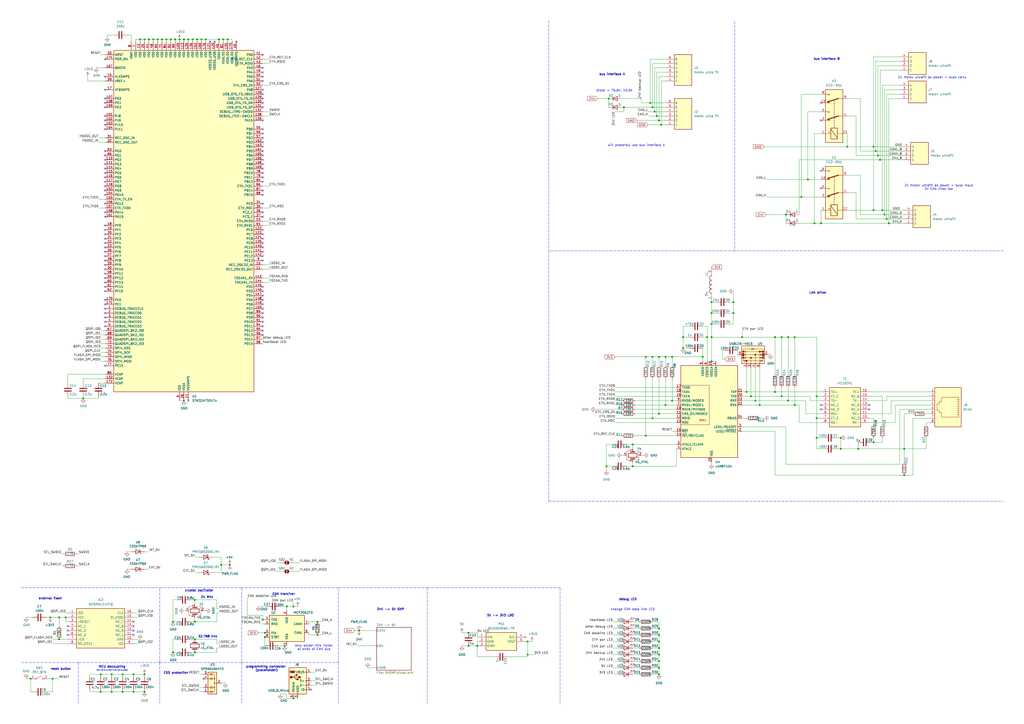
<source format=kicad_sch>
(kicad_sch (version 20231120) (generator "eeschema") (generator_version "8.0")
  (paper "A2")
  (title_block (title "Deus ") (date "2024-08-28") (rev "0.3") (company "DanSTAR") (comment 1 "David"))
  (lib_symbols
    (symbol "0DanSTAR_Passives:ESDA7P60" (pin_numbers hide) (pin_names (offset 1.016) hide)
      (property "Reference" "U" (at 0 5.08 0))
      (property "Value" "ESDA7P60" (at 0 2.54 0))
      (symbol "ESDA7P60_1_1"
        (pin passive line (at -3.81 0 0) (length 2.54) (name "A1") (number "1"))
        (pin passive line (at 3.81 0 180) (length 2.54) (name "A2") (number "2"))
      )
    )
    (symbol "0DanSTAR_Passives:SP0504BAHTG" (pin_names hide)
      (property "Reference" "U" (at 3.81 -3.81 0))
      (property "Value" "SP0504BAHTG" (at 8.255 -6.35 0))
      (symbol "SP0504BAHTG_0_0"
        (pin power_in line (at 0 -5.08 90) (length 2.54) (name "GND") (number "2"))
      )
      (symbol "SP0504BAHTG_1_1"
        (pin input line (at -5.08 5.08 270) (length 2.54) (name "IO1") (number "1"))
        (pin input line (at -2.54 5.08 270) (length 2.54) (name "IO2") (number "3"))
        (pin input line (at 2.54 5.08 270) (length 2.54) (name "IO3") (number "4"))
        (pin input line (at 5.08 5.08 270) (length 2.54) (name "IO4") (number "5"))
      )
    )
    (symbol "Connector:RJ45" (pin_names (offset 1.016))
      (property "Reference" "J" (at -5.08 13.97 0))
      (property "Value" "RJ45" (at 2.54 13.97 0))
      (symbol "RJ45_1_1"
        (pin passive line (at 10.16 -7.62 180) (length 2.54) (name "~") (number "1"))
        (pin passive line (at 10.16 -5.08 180) (length 2.54) (name "~") (number "2"))
        (pin passive line (at 10.16 -2.54 180) (length 2.54) (name "~") (number "3"))
        (pin passive line (at 10.16 0 180) (length 2.54) (name "~") (number "4"))
        (pin passive line (at 10.16 2.54 180) (length 2.54) (name "~") (number "5"))
        (pin passive line (at 10.16 5.08 180) (length 2.54) (name "~") (number "6"))
        (pin passive line (at 10.16 7.62 180) (length 2.54) (name "~") (number "7"))
        (pin passive line (at 10.16 10.16 180) (length 2.54) (name "~") (number "8"))
      )
    )
    (symbol "Connector:USB_B_Micro" (pin_names (offset 1.016))
      (property "Reference" "J" (at -5.08 11.43 0))
      (property "Value" "USB_B_Micro" (at -5.08 8.89 0))
      (symbol "USB_B_Micro_1_1"
        (pin power_out line (at 7.62 5.08 180) (length 2.54) (name "VBUS") (number "1"))
        (pin bidirectional line (at 7.62 -2.54 180) (length 2.54) (name "D-") (number "2"))
        (pin bidirectional line (at 7.62 0 180) (length 2.54) (name "D+") (number "3"))
        (pin passive line (at 7.62 -5.08 180) (length 2.54) (name "ID") (number "4"))
        (pin power_out line (at 0 -10.16 90) (length 2.54) (name "GND") (number "5"))
        (pin passive line (at -2.54 -10.16 90) (length 2.54) (name "Shield") (number "6"))
      )
    )
    (symbol "Device:C" (pin_numbers hide) (pin_names (offset 0.254))
      (property "Reference" "C" (at 0.635 2.54 0))
      (property "Value" "C" (at 0.635 -2.54 0))
      (symbol "C_1_1"
        (pin passive line (at 0 3.81 270) (length 2.794) (name "~") (number "1"))
        (pin passive line (at 0 -3.81 90) (length 2.794) (name "~") (number "2"))
      )
    )
    (symbol "Device:Crystal" (pin_numbers hide) (pin_names (offset 1.016) hide)
      (property "Reference" "Y" (at 0 3.81 0))
      (property "Value" "Crystal" (at 0 -3.81 0))
      (symbol "Crystal_1_1"
        (pin passive line (at -3.81 0 0) (length 1.27) (name "1") (number "1"))
        (pin passive line (at 3.81 0 180) (length 1.27) (name "2") (number "2"))
      )
    )
    (symbol "Device:Crystal_GND24" (pin_names (offset 1.016) hide)
      (property "Reference" "Y" (at 3.175 5.08 0))
      (property "Value" "Crystal_GND24" (at 3.175 3.175 0))
      (symbol "Crystal_GND24_1_1"
        (pin passive line (at -3.81 0 0) (length 1.27) (name "1") (number "1"))
        (pin passive line (at 0 5.08 270) (length 1.27) (name "2") (number "2"))
        (pin passive line (at 3.81 0 180) (length 1.27) (name "3") (number "3"))
        (pin passive line (at 0 -5.08 90) (length 1.27) (name "4") (number "4"))
      )
    )
    (symbol "Device:D" (pin_numbers hide) (pin_names (offset 1.016) hide)
      (property "Reference" "D" (at 0 2.54 0))
      (property "Value" "D" (at 0 -2.54 0))
      (symbol "D_1_1"
        (pin passive line (at -3.81 0 0) (length 2.54) (name "K") (number "1"))
        (pin passive line (at 3.81 0 180) (length 2.54) (name "A") (number "2"))
      )
    )
    (symbol "Device:D_Schottky" (pin_numbers hide) (pin_names (offset 1.016) hide)
      (property "Reference" "D" (at 0 2.54 0))
      (property "Value" "D_Schottky" (at 0 -2.54 0))
      (symbol "D_Schottky_1_1"
        (pin passive line (at -3.81 0 0) (length 2.54) (name "K") (number "1"))
        (pin passive line (at 3.81 0 180) (length 2.54) (name "A") (number "2"))
      )
    )
    (symbol "Device:LED" (pin_numbers hide) (pin_names (offset 1.016) hide)
      (property "Reference" "D" (at 0 2.54 0))
      (property "Value" "LED" (at 0 -2.54 0))
      (symbol "LED_1_1"
        (pin passive line (at -3.81 0 0) (length 2.54) (name "K") (number "1"))
        (pin passive line (at 3.81 0 180) (length 2.54) (name "A") (number "2"))
      )
    )
    (symbol "Device:R" (pin_numbers hide) (pin_names (offset 0))
      (property "Reference" "R" (at 2.032 0 90))
      (property "Value" "R" (at 0 0 90))
      (symbol "R_1_1"
        (pin passive line (at 0 3.81 270) (length 1.27) (name "~") (number "1"))
        (pin passive line (at 0 -3.81 90) (length 1.27) (name "~") (number "2"))
      )
    )
    (symbol "Interface_CAN_LIN:MCP2562-H-SN" (pin_names (offset 1.016))
      (property "Reference" "U" (at -10.16 8.89 0))
      (property "Value" "MCP2562-H-SN" (at 2.54 8.89 0))
      (symbol "MCP2562-H-SN_1_1"
        (pin input line (at -12.7 5.08 0) (length 2.54) (name "TXD") (number "1"))
        (pin power_in line (at 0 -10.16 90) (length 2.54) (name "VSS") (number "2"))
        (pin power_in line (at 0 10.16 270) (length 2.54) (name "VDD") (number "3"))
        (pin output line (at -12.7 2.54 0) (length 2.54) (name "RXD") (number "4"))
        (pin power_in line (at -12.7 -2.54 0) (length 2.54) (name "Vio") (number "5"))
        (pin bidirectional line (at 12.7 -2.54 180) (length 2.54) (name "CANL") (number "6"))
        (pin bidirectional line (at 12.7 2.54 180) (length 2.54) (name "CANH") (number "7"))
        (pin input line (at -12.7 -5.08 0) (length 2.54) (name "STBY") (number "8"))
      )
    )
    (symbol "Interface_Ethernet:LAN8742A"
      (property "Reference" "U" (at -13.97 29.21 0))
      (property "Value" "LAN8742A" (at 15.24 29.21 0))
      (symbol "LAN8742A_0_0"
        (text "RMII" (at -5.08 -3.81 0) (effects (font (size 1.27 1.27))))
      )
      (symbol "LAN8742A_1_1"
        (pin power_in line (at 2.54 30.48 270) (length 2.54) (name "VDD2A") (number "1"))
        (pin output line (at -20.32 2.54 0) (length 2.54) (name "RXER/PHYAD0") (number "10"))
        (pin bidirectional line (at -20.32 0 0) (length 2.54) (name "CRS_DV/MODE2") (number "11"))
        (pin bidirectional line (at -20.32 -2.54 0) (length 2.54) (name "MDIO") (number "12"))
        (pin input line (at -20.32 -5.08 0) (length 2.54) (name "MDC") (number "13"))
        (pin output line (at -20.32 -12.7 0) (length 2.54) (name "~{INT}/REFCLKO") (number "14"))
        (pin input line (at -20.32 -10.16 0) (length 2.54) (name "~{RST}") (number "15"))
        (pin input line (at -20.32 10.16 0) (length 2.54) (name "TXEN") (number "16"))
        (pin input line (at -20.32 15.24 0) (length 2.54) (name "TXD0") (number "17"))
        (pin input line (at -20.32 12.7 0) (length 2.54) (name "TXD1") (number "18"))
        (pin power_in line (at 0 30.48 270) (length 2.54) (name "VDD1A") (number "19"))
        (pin bidirectional line (at 17.78 -10.16 180) (length 2.54) (name "LED2/~{INTSEL}") (number "2"))
        (pin passive line (at 17.78 10.16 180) (length 2.54) (name "TXN") (number "20"))
        (pin passive line (at 17.78 12.7 180) (length 2.54) (name "TXP") (number "21"))
        (pin passive line (at 17.78 5.08 180) (length 2.54) (name "RXN") (number "22"))
        (pin passive line (at 17.78 7.62 180) (length 2.54) (name "RXP") (number "23"))
        (pin passive line (at 17.78 -2.54 180) (length 2.54) (name "RBIAS") (number "24"))
        (pin power_in line (at 0 -27.94 90) (length 2.54) (name "VSS") (number "25"))
        (pin bidirectional line (at 17.78 -7.62 180) (length 2.54) (name "LED1/REGOFF") (number "3"))
        (pin output line (at -20.32 -20.32 0) (length 2.54) (name "XTAL2") (number "4"))
        (pin input line (at -20.32 -17.78 0) (length 2.54) (name "XTAL1/CLKIN") (number "5"))
        (pin power_in line (at -2.54 30.48 270) (length 2.54) (name "VDDCR") (number "6"))
        (pin bidirectional line (at -20.32 5.08 0) (length 2.54) (name "RXD1/MODE1") (number "7"))
        (pin bidirectional line (at -20.32 7.62 0) (length 2.54) (name "RXD0/MODE0") (number "8"))
        (pin power_in line (at -5.08 30.48 270) (length 2.54) (name "VDDIO") (number "9"))
      )
    )
    (symbol "Jumper:SolderJumper_2_Open" (pin_numbers hide) (pin_names (offset 0) hide) (exclude_from_sim yes) (in_bom no)
      (property "Reference" "JP" (at 0 2.032 0))
      (property "Value" "SolderJumper_2_Open" (at 0 -2.54 0))
      (symbol "SolderJumper_2_Open_1_1"
        (pin passive line (at -3.81 0 0) (length 2.54) (name "A") (number "1"))
        (pin passive line (at 3.81 0 180) (length 2.54) (name "B") (number "2"))
      )
    )
    (symbol "MCU_ST_STM32H7:STM32H755IITx"
      (property "Reference" "U" (at -40.64 100.33 0))
      (property "Value" "STM32H755IITx" (at 33.02 100.33 0))
      (symbol "STM32H755IITx_1_1"
        (pin bidirectional line (at -45.72 -50.8 0) (length 5.08) (name "PE2") (number "1") (alternate "DEBUG_TRACECLK" bidirectional line) (alternate "SPI4_SCK" bidirectional line))
        (pin bidirectional line (at 45.72 -25.4 180) (length 5.08) (name "PC14") (number "10") (alternate "" input line) (alternate "RCC_OSC32_IN" bidirectional line))
        (pin passive line (at -2.54 -104.14 90) (length 5.08) hide (name "VSS") (number "100"))
        (pin bidirectional line (at -45.72 60.96 0) (length 5.08) (name "PJ8") (number "101"))
        (pin bidirectional line (at -45.72 58.42 0) (length 5.08) (name "PJ9") (number "102"))
        (pin bidirectional line (at -45.72 55.88 0) (length 5.08) (name "PJ10") (number "103"))
        (pin bidirectional line (at -45.72 53.34 0) (length 5.08) (name "PJ11") (number "104"))
        (pin power_in line (at -2.54 104.14 270) (length 5.08) (name "VDD") (number "105"))
        (pin passive line (at -2.54 -104.14 90) (length 5.08) hide (name "VSS") (number "106"))
        (pin bidirectional line (at -45.72 71.12 0) (length 5.08) (name "PK0") (number "107"))
        (pin bidirectional line (at -45.72 68.58 0) (length 5.08) (name "PK1") (number "108"))
        (pin bidirectional line (at -45.72 66.04 0) (length 5.08) (name "PK2") (number "109"))
        (pin bidirectional line (at 45.72 -27.94 180) (length 5.08) (name "PC15") (number "11") (alternate "RCC_OSC32_OUT" bidirectional line))
        (pin bidirectional line (at -45.72 35.56 0) (length 5.08) (name "PG2") (number "110"))
        (pin bidirectional line (at -45.72 33.02 0) (length 5.08) (name "PG3") (number "111"))
        (pin passive line (at -2.54 -104.14 90) (length 5.08) hide (name "VSS") (number "112"))
        (pin power_in line (at 0 104.14 270) (length 5.08) (name "VDD") (number "113"))
        (pin bidirectional line (at -45.72 30.48 0) (length 5.08) (name "PG4") (number "114"))
        (pin bidirectional line (at -45.72 27.94 0) (length 5.08) (name "PG5") (number "115"))
        (pin bidirectional line (at -45.72 25.4 0) (length 5.08) (name "PG6") (number "116"))
        (pin bidirectional line (at -45.72 22.86 0) (length 5.08) (name "PG7") (number "117"))
        (pin bidirectional line (at -45.72 20.32 0) (length 5.08) (name "PG8") (number "118"))
        (pin passive line (at -2.54 -104.14 90) (length 5.08) hide (name "VSS") (number "119"))
        (pin passive line (at -2.54 -104.14 90) (length 5.08) hide (name "VSS") (number "12"))
        (pin power_in line (at 17.78 104.14 270) (length 5.08) (name "VDD50_USB") (number "120"))
        (pin power_in line (at 15.24 104.14 270) (length 5.08) (name "VDD33_USB") (number "121"))
        (pin bidirectional line (at 45.72 -5.08 180) (length 5.08) (name "PC6") (number "122"))
        (pin bidirectional line (at 45.72 -7.62 180) (length 5.08) (name "PC7") (number "123"))
        (pin bidirectional line (at 45.72 -10.16 180) (length 5.08) (name "PC8") (number "124") (alternate "DEBUG_TRACED1" bidirectional line))
        (pin bidirectional line (at 45.72 -12.7 180) (length 5.08) (name "PC9") (number "125"))
        (pin power_in line (at 2.54 104.14 270) (length 5.08) (name "VDD") (number "126"))
        (pin bidirectional line (at 45.72 76.2 180) (length 5.08) (name "PA8") (number "127"))
        (pin bidirectional line (at 45.72 73.66 180) (length 5.08) (name "PA9") (number "128") (alternate "USB_OTG_FS_VBUS" bidirectional line))
        (pin bidirectional line (at 45.72 71.12 180) (length 5.08) (name "PA10") (number "129") (alternate "USB_OTG_FS_ID" bidirectional line))
        (pin power_in line (at -25.4 104.14 270) (length 5.08) (name "VDD") (number "13"))
        (pin bidirectional line (at 45.72 68.58 180) (length 5.08) (name "PA11") (number "130") (alternate "FDCAN1_RX" bidirectional line) (alternate "USB_OTG_FS_DM" bidirectional line))
        (pin bidirectional line (at 45.72 66.04 180) (length 5.08) (name "PA12") (number "131") (alternate "FDCAN1_TX" bidirectional line) (alternate "USB_OTG_FS_DP" bidirectional line))
        (pin bidirectional line (at 45.72 63.5 180) (length 5.08) (name "PA13") (number "132") (alternate "DEBUG_JTMS-SWDIO" bidirectional line))
        (pin power_out line (at -45.72 -91.44 0) (length 5.08) (name "VCAP") (number "133"))
        (pin passive line (at -2.54 -104.14 90) (length 5.08) hide (name "VSS") (number "134"))
        (pin power_in line (at 25.4 104.14 270) (length 5.08) (name "VDDLDO") (number "135"))
        (pin power_in line (at 5.08 104.14 270) (length 5.08) (name "VDD") (number "136"))
        (pin passive line (at -2.54 -104.14 90) (length 5.08) hide (name "VSS") (number "137"))
        (pin bidirectional line (at 45.72 60.96 180) (length 5.08) (name "PA14") (number "138") (alternate "DEBUG_JTCK-SWCLK" bidirectional line))
        (pin bidirectional line (at 45.72 58.42 180) (length 5.08) (name "PA15") (number "139"))
        (pin power_in line (at 2.54 -104.14 90) (length 5.08) (name "VSSSMPS") (number "14"))
        (pin bidirectional line (at 45.72 -15.24 180) (length 5.08) (name "PC10") (number "140"))
        (pin bidirectional line (at 45.72 -17.78 180) (length 5.08) (name "PC11") (number "141"))
        (pin bidirectional line (at 45.72 -20.32 180) (length 5.08) (name "PC12") (number "142") (alternate "DEBUG_TRACED3" bidirectional line))
        (pin bidirectional line (at 45.72 -33.02 180) (length 5.08) (name "PD0") (number "143") (alternate "FDCAN1_RX" bidirectional line))
        (pin bidirectional line (at 45.72 -35.56 180) (length 5.08) (name "PD1") (number "144") (alternate "FDCAN1_TX" bidirectional line))
        (pin bidirectional line (at 45.72 -38.1 180) (length 5.08) (name "PD2") (number "145") (alternate "DEBUG_TRACED2" bidirectional line))
        (pin bidirectional line (at 45.72 -40.64 180) (length 5.08) (name "PD3") (number "146"))
        (pin bidirectional line (at 45.72 -43.18 180) (length 5.08) (name "PD4") (number "147"))
        (pin bidirectional line (at 45.72 -45.72 180) (length 5.08) (name "PD5") (number "148"))
        (pin bidirectional line (at 45.72 -48.26 180) (length 5.08) (name "PD6") (number "149"))
        (pin power_in line (at -45.72 83.82 0) (length 5.08) (name "VLXSMPS") (number "15"))
        (pin bidirectional line (at 45.72 -50.8 180) (length 5.08) (name "PD7") (number "150"))
        (pin passive line (at -2.54 -104.14 90) (length 5.08) hide (name "VSS") (number "151"))
        (pin power_in line (at 7.62 104.14 270) (length 5.08) (name "VDD") (number "152"))
        (pin bidirectional line (at -45.72 17.78 0) (length 5.08) (name "PG9") (number "153") (alternate "QUADSPI_BK2_IO2" bidirectional line))
        (pin bidirectional line (at -45.72 15.24 0) (length 5.08) (name "PG10") (number "154"))
        (pin bidirectional line (at -45.72 12.7 0) (length 5.08) (name "PG11") (number "155") (alternate "ETH_TX_EN" bidirectional line))
        (pin bidirectional line (at -45.72 10.16 0) (length 5.08) (name "PG12") (number "156") (alternate "ETH_TXD1" bidirectional line))
        (pin bidirectional line (at -45.72 7.62 0) (length 5.08) (name "PG13") (number "157") (alternate "DEBUG_TRACED0" bidirectional line) (alternate "ETH_TXD0" bidirectional line))
        (pin bidirectional line (at -45.72 5.08 0) (length 5.08) (name "PG14") (number "158") (alternate "DEBUG_TRACED1" bidirectional line) (alternate "ETH_TXD1" bidirectional line) (alternate "QUADSPI_BK2_IO3" bidirectional line))
        (pin passive line (at -2.54 -104.14 90) (length 5.08) hide (name "VSS") (number "159"))
        (pin power_in line (at 30.48 104.14 270) (length 5.08) (name "VDDSMPS") (number "16"))
        (pin power_in line (at 10.16 104.14 270) (length 5.08) (name "VDD") (number "160"))
        (pin bidirectional line (at -45.72 2.54 0) (length 5.08) (name "PG15") (number "161"))
        (pin bidirectional line (at 45.72 45.72 180) (length 5.08) (name "PB3") (number "162"))
        (pin bidirectional line (at 45.72 43.18 180) (length 5.08) (name "PB4") (number "163"))
        (pin bidirectional line (at 45.72 40.64 180) (length 5.08) (name "PB5") (number "164"))
        (pin bidirectional line (at 45.72 38.1 180) (length 5.08) (name "PB6") (number "165"))
        (pin bidirectional line (at 45.72 35.56 180) (length 5.08) (name "PB7") (number "166"))
        (pin input line (at -45.72 88.9 0) (length 5.08) (name "BOOT0") (number "167"))
        (pin bidirectional line (at 45.72 33.02 180) (length 5.08) (name "PB8") (number "168") (alternate "FDCAN1_RX" bidirectional line))
        (pin bidirectional line (at 45.72 30.48 180) (length 5.08) (name "PB9") (number "169") (alternate "FDCAN1_TX" bidirectional line))
        (pin input line (at -45.72 76.2 0) (length 5.08) (name "VFBSMPS") (number "17"))
        (pin bidirectional line (at -45.72 -45.72 0) (length 5.08) (name "PE0") (number "170"))
        (pin bidirectional line (at -45.72 -48.26 0) (length 5.08) (name "PE1") (number "171"))
        (pin power_out line (at -45.72 -93.98 0) (length 5.08) (name "VCAP") (number "172"))
        (pin passive line (at -2.54 -104.14 90) (length 5.08) hide (name "VSS") (number "173"))
        (pin input line (at -45.72 93.98 0) (length 5.08) (name "PDR_ON") (number "174"))
        (pin power_in line (at 27.94 104.14 270) (length 5.08) (name "VDDLDO") (number "175"))
        (pin power_in line (at 12.7 104.14 270) (length 5.08) (name "VDD") (number "176"))
        (pin bidirectional line (at -45.72 -2.54 0) (length 5.08) (name "PF0") (number "18"))
        (pin bidirectional line (at -45.72 -5.08 0) (length 5.08) (name "PF1") (number "19"))
        (pin bidirectional line (at -45.72 -53.34 0) (length 5.08) (name "PE3") (number "2") (alternate "DEBUG_TRACED0" bidirectional line))
        (pin bidirectional line (at -45.72 -7.62 0) (length 5.08) (name "PF2") (number "20"))
        (pin bidirectional line (at -45.72 -10.16 0) (length 5.08) (name "PF3") (number "21"))
        (pin bidirectional line (at -45.72 -12.7 0) (length 5.08) (name "PF4") (number "22"))
        (pin bidirectional line (at -45.72 -15.24 0) (length 5.08) (name "PF5") (number "23"))
        (pin passive line (at -2.54 -104.14 90) (length 5.08) hide (name "VSS") (number "24"))
        (pin power_in line (at -22.86 104.14 270) (length 5.08) (name "VDD") (number "25"))
        (pin bidirectional line (at -45.72 -17.78 0) (length 5.08) (name "PF6") (number "26"))
        (pin bidirectional line (at -45.72 -20.32 0) (length 5.08) (name "PF7") (number "27"))
        (pin bidirectional line (at -45.72 -22.86 0) (length 5.08) (name "PF8") (number "28"))
        (pin bidirectional line (at -45.72 -25.4 0) (length 5.08) (name "PF9") (number "29"))
        (pin bidirectional line (at -45.72 -55.88 0) (length 5.08) (name "PE4") (number "3") (alternate "DEBUG_TRACED1" bidirectional line) (alternate "SPI4_NSS" bidirectional line))
        (pin bidirectional line (at -45.72 -27.94 0) (length 5.08) (name "PF10") (number "30"))
        (pin bidirectional line (at -45.72 48.26 0) (length 5.08) (name "PH0") (number "31") (alternate "RCC_OSC_IN" bidirectional line))
        (pin bidirectional line (at -45.72 45.72 0) (length 5.08) (name "PH1") (number "32") (alternate "RCC_OSC_OUT" bidirectional line))
        (pin input line (at -45.72 96.52 0) (length 5.08) (name "NRST") (number "33"))
        (pin bidirectional line (at 45.72 10.16 180) (length 5.08) (name "PC0") (number "34"))
        (pin bidirectional line (at 45.72 7.62 180) (length 5.08) (name "PC1") (number "35") (alternate "" input line) (alternate "DEBUG_TRACED0" bidirectional line) (alternate "ETH_MDC" bidirectional line))
        (pin bidirectional line (at 45.72 5.08 180) (length 5.08) (name "PC2_C") (number "36"))
        (pin bidirectional line (at 45.72 2.54 180) (length 5.08) (name "PC3_C") (number "37"))
        (pin power_in line (at 0 -104.14 90) (length 5.08) (name "VSSA") (number "38"))
        (pin input line (at -45.72 81.28 0) (length 5.08) (name "VREF+") (number "39"))
        (pin bidirectional line (at -45.72 -58.42 0) (length 5.08) (name "PE5") (number "4") (alternate "DEBUG_TRACED2" bidirectional line) (alternate "SPI4_MISO" bidirectional line))
        (pin power_in line (at 20.32 104.14 270) (length 5.08) (name "VDDA") (number "40"))
        (pin bidirectional line (at 45.72 96.52 180) (length 5.08) (name "PA0") (number "41"))
        (pin bidirectional line (at 45.72 93.98 180) (length 5.08) (name "PA1") (number "42") (alternate "ETH_REF_CLK" bidirectional line))
        (pin bidirectional line (at 45.72 91.44 180) (length 5.08) (name "PA2") (number "43") (alternate "ETH_MDIO" bidirectional line))
        (pin power_in line (at -20.32 104.14 270) (length 5.08) (name "VDD") (number "44"))
        (pin passive line (at -2.54 -104.14 90) (length 5.08) hide (name "VSS") (number "45"))
        (pin bidirectional line (at 45.72 88.9 180) (length 5.08) (name "PA3") (number "46"))
        (pin passive line (at -2.54 -104.14 90) (length 5.08) hide (name "VSS") (number "47"))
        (pin power_in line (at -17.78 104.14 270) (length 5.08) (name "VDD") (number "48"))
        (pin bidirectional line (at 45.72 86.36 180) (length 5.08) (name "PA4") (number "49"))
        (pin bidirectional line (at -45.72 -60.96 0) (length 5.08) (name "PE6") (number "5") (alternate "DEBUG_TRACED3" bidirectional line) (alternate "SPI4_MOSI" bidirectional line))
        (pin bidirectional line (at 45.72 83.82 180) (length 5.08) (name "PA5") (number "50"))
        (pin bidirectional line (at 45.72 81.28 180) (length 5.08) (name "PA6") (number "51"))
        (pin bidirectional line (at 45.72 78.74 180) (length 5.08) (name "PA7") (number "52") (alternate "ETH_CRS_DV" bidirectional line))
        (pin bidirectional line (at 45.72 0 180) (length 5.08) (name "PC4") (number "53") (alternate "ETH_RXD0" bidirectional line))
        (pin bidirectional line (at 45.72 -2.54 180) (length 5.08) (name "PC5") (number "54") (alternate "ETH_RXD1" bidirectional line))
        (pin bidirectional line (at 45.72 53.34 180) (length 5.08) (name "PB0") (number "55"))
        (pin bidirectional line (at 45.72 50.8 180) (length 5.08) (name "PB1") (number "56"))
        (pin bidirectional line (at 45.72 48.26 180) (length 5.08) (name "PB2") (number "57"))
        (pin bidirectional line (at -45.72 -30.48 0) (length 5.08) (name "PF11") (number "58"))
        (pin bidirectional line (at -45.72 -33.02 0) (length 5.08) (name "PF12") (number "59"))
        (pin power_in line (at -2.54 -104.14 90) (length 5.08) (name "VSS") (number "6"))
        (pin bidirectional line (at -45.72 -35.56 0) (length 5.08) (name "PF13") (number "60"))
        (pin bidirectional line (at -45.72 -38.1 0) (length 5.08) (name "PF14") (number "61"))
        (pin bidirectional line (at -45.72 -40.64 0) (length 5.08) (name "PF15") (number "62"))
        (pin bidirectional line (at -45.72 40.64 0) (length 5.08) (name "PG0") (number "63"))
        (pin passive line (at -2.54 -104.14 90) (length 5.08) hide (name "VSS") (number "64"))
        (pin power_in line (at -15.24 104.14 270) (length 5.08) (name "VDD") (number "65"))
        (pin bidirectional line (at -45.72 38.1 0) (length 5.08) (name "PG1") (number "66"))
        (pin bidirectional line (at -45.72 -63.5 0) (length 5.08) (name "PE7") (number "67") (alternate "QUADSPI_BK2_IO0" bidirectional line))
        (pin bidirectional line (at -45.72 -66.04 0) (length 5.08) (name "PE8") (number "68") (alternate "QUADSPI_BK2_IO1" bidirectional line))
        (pin bidirectional line (at -45.72 -68.58 0) (length 5.08) (name "PE9") (number "69") (alternate "QUADSPI_BK2_IO2" bidirectional line))
        (pin power_in line (at -27.94 104.14 270) (length 5.08) (name "VDD") (number "7"))
        (pin passive line (at -2.54 -104.14 90) (length 5.08) hide (name "VSS") (number "70"))
        (pin power_in line (at -12.7 104.14 270) (length 5.08) (name "VDD") (number "71"))
        (pin bidirectional line (at -45.72 -71.12 0) (length 5.08) (name "PE10") (number "72") (alternate "QUADSPI_BK2_IO3" bidirectional line))
        (pin bidirectional line (at -45.72 -73.66 0) (length 5.08) (name "PE11") (number "73") (alternate "SPI4_NSS" bidirectional line))
        (pin bidirectional line (at -45.72 -76.2 0) (length 5.08) (name "PE12") (number "74") (alternate "SPI4_SCK" bidirectional line))
        (pin bidirectional line (at -45.72 -78.74 0) (length 5.08) (name "PE13") (number "75") (alternate "SPI4_MISO" bidirectional line))
        (pin bidirectional line (at -45.72 -81.28 0) (length 5.08) (name "PE14") (number "76") (alternate "SPI4_MOSI" bidirectional line))
        (pin bidirectional line (at -45.72 -83.82 0) (length 5.08) (name "PE15") (number "77"))
        (pin bidirectional line (at 45.72 27.94 180) (length 5.08) (name "PB10") (number "78"))
        (pin bidirectional line (at 45.72 25.4 180) (length 5.08) (name "PB11") (number "79") (alternate "ETH_TX_EN" bidirectional line))
        (pin power_in line (at -30.48 104.14 270) (length 5.08) (name "VBAT") (number "8"))
        (pin power_out line (at -45.72 -88.9 0) (length 5.08) (name "VCAP") (number "80"))
        (pin passive line (at -2.54 -104.14 90) (length 5.08) hide (name "VSS") (number "81"))
        (pin power_in line (at 22.86 104.14 270) (length 5.08) (name "VDDLDO") (number "82"))
        (pin passive line (at -2.54 -104.14 90) (length 5.08) hide (name "VSS") (number "83"))
        (pin power_in line (at -10.16 104.14 270) (length 5.08) (name "VDD") (number "84"))
        (pin bidirectional line (at 45.72 22.86 180) (length 5.08) (name "PB12") (number "85") (alternate "ETH_TXD0" bidirectional line))
        (pin bidirectional line (at 45.72 20.32 180) (length 5.08) (name "PB13") (number "86") (alternate "ETH_TXD1" bidirectional line))
        (pin bidirectional line (at 45.72 17.78 180) (length 5.08) (name "PB14") (number "87") (alternate "" input line))
        (pin bidirectional line (at 45.72 15.24 180) (length 5.08) (name "PB15") (number "88") (alternate "" input line))
        (pin bidirectional line (at 45.72 -53.34 180) (length 5.08) (name "PD8") (number "89"))
        (pin bidirectional line (at 45.72 -22.86 180) (length 5.08) (name "PC13") (number "9"))
        (pin bidirectional line (at 45.72 -55.88 180) (length 5.08) (name "PD9") (number "90"))
        (pin bidirectional line (at 45.72 -58.42 180) (length 5.08) (name "PD10") (number "91"))
        (pin power_in line (at -7.62 104.14 270) (length 5.08) (name "VDD") (number "92"))
        (pin passive line (at -2.54 -104.14 90) (length 5.08) hide (name "VSS") (number "93"))
        (pin bidirectional line (at 45.72 -60.96 180) (length 5.08) (name "PD11") (number "94"))
        (pin bidirectional line (at 45.72 -63.5 180) (length 5.08) (name "PD12") (number "95"))
        (pin bidirectional line (at 45.72 -66.04 180) (length 5.08) (name "PD13") (number "96"))
        (pin bidirectional line (at 45.72 -68.58 180) (length 5.08) (name "PD14") (number "97"))
        (pin bidirectional line (at 45.72 -71.12 180) (length 5.08) (name "PD15") (number "98"))
        (pin power_in line (at -5.08 104.14 270) (length 5.08) (name "VDD") (number "99"))
      )
    )
    (symbol "Power_Protection:USBLC6-4SC6" (pin_names hide)
      (property "Reference" "U" (at 1.27 9.525 0))
      (property "Value" "USBLC6-4SC6" (at 1.27 6.985 0))
      (symbol "USBLC6-4SC6_1_1"
        (pin passive line (at -7.62 2.54 0) (length 2.54) (name "I/O1") (number "1"))
        (pin passive line (at 0 -10.16 90) (length 2.54) (name "GND") (number "2"))
        (pin passive line (at -7.62 0 0) (length 2.54) (name "I/O2") (number "3"))
        (pin passive line (at -7.62 -2.54 0) (length 2.54) (name "I/O3") (number "4"))
        (pin passive line (at 0 7.62 270) (length 2.54) (name "VBUS") (number "5"))
        (pin passive line (at -7.62 -5.08 0) (length 2.54) (name "I/O4") (number "6"))
      )
    )
    (symbol "Relay:EC2-3NU"
      (property "Reference" "K" (at 15.24 8.89 0))
      (property "Value" "EC2-3NU" (at 19.05 6.35 0))
      (symbol "EC2-3NU_1_1"
        (text "+" (at -9.271 2.921 0) (effects (font (size 1.27 1.27))))
        (pin passive line (at -10.16 7.62 270) (length 2.54) (name "~") (number "1"))
        (pin passive line (at 7.62 7.62 270) (length 2.54) (name "~") (number "10"))
        (pin passive line (at -10.16 -7.62 90) (length 2.54) (name "~") (number "12"))
        (pin passive line (at -2.54 7.62 270) (length 2.54) (name "~") (number "3"))
        (pin passive line (at 0 -7.62 90) (length 2.54) (name "~") (number "4"))
        (pin passive line (at 2.54 7.62 270) (length 2.54) (name "~") (number "5"))
        (pin passive line (at 12.7 7.62 270) (length 2.54) (name "~") (number "8"))
        (pin passive line (at 10.16 -7.62 90) (length 2.54) (name "~") (number "9"))
      )
    )
    (symbol "SamacSys_Parts:43650-0400"
      (property "Reference" "J" (at 16.51 7.62 0))
      (property "Value" "43650-0400" (at 16.51 5.08 0))
      (symbol "43650-0400_1_1"
        (pin passive line (at 0 -7.62 0) (length 5.08) (name "1") (number "1"))
        (pin passive line (at 0 -5.08 0) (length 5.08) (name "2") (number "2"))
        (pin passive line (at 0 -2.54 0) (length 5.08) (name "3") (number "3"))
        (pin passive line (at 0 0 0) (length 5.08) (name "4") (number "4"))
      )
    )
    (symbol "SamacSys_Parts:43650-0600"
      (property "Reference" "J" (at 16.51 7.62 0))
      (property "Value" "43650-0600" (at 16.51 5.08 0))
      (symbol "43650-0600_1_1"
        (pin passive line (at 0 -12.7 0) (length 5.08) (name "1") (number "1"))
        (pin passive line (at 0 -10.16 0) (length 5.08) (name "2") (number "2"))
        (pin passive line (at 0 -7.62 0) (length 5.08) (name "3") (number "3"))
        (pin passive line (at 0 -5.08 0) (length 5.08) (name "4") (number "4"))
        (pin passive line (at 0 -2.54 0) (length 5.08) (name "5") (number "5"))
        (pin passive line (at 0 0 0) (length 5.08) (name "6") (number "6"))
      )
    )
    (symbol "SamacSys_Parts:BU33SD5WG-TR"
      (property "Reference" "PS" (at 24.13 7.62 0))
      (property "Value" "BU33SD5WG-TR" (at 24.13 5.08 0))
      (symbol "BU33SD5WG-TR_1_1"
        (pin passive line (at 0 0 0) (length 5.08) (name "VIN") (number "1"))
        (pin passive line (at 0 -2.54 0) (length 5.08) (name "GND") (number "2"))
        (pin passive line (at 0 -5.08 0) (length 5.08) (name "STBY") (number "3"))
        (pin no_connect line (at 27.94 0 180) (length 5.08) (name "N.C.") (number "4"))
        (pin passive line (at 27.94 -2.54 180) (length 5.08) (name "VOUT") (number "5"))
      )
    )
    (symbol "SamacSys_Parts:H1102NL"
      (property "Reference" "T" (at 24.13 7.62 0))
      (property "Value" "H1102NL" (at 24.13 5.08 0))
      (symbol "H1102NL_1_1"
        (pin passive line (at 0 0 0) (length 5.08) (name "TD+") (number "1"))
        (pin passive line (at 27.94 -15.24 180) (length 5.08) (name "NC_3") (number "10"))
        (pin passive line (at 27.94 -12.7 180) (length 5.08) (name "RX+") (number "11"))
        (pin passive line (at 27.94 -10.16 180) (length 5.08) (name "NC_4") (number "12"))
        (pin passive line (at 27.94 -7.62 180) (length 5.08) (name "NC_5") (number "13"))
        (pin passive line (at 27.94 -5.08 180) (length 5.08) (name "TX-") (number "14"))
        (pin passive line (at 27.94 -2.54 180) (length 5.08) (name "NC_6") (number "15"))
        (pin passive line (at 27.94 0 180) (length 5.08) (name "TX+") (number "16"))
        (pin passive line (at 0 -2.54 0) (length 5.08) (name "CT_1") (number "2"))
        (pin passive line (at 0 -5.08 0) (length 5.08) (name "TD-") (number "3"))
        (pin passive line (at 0 -7.62 0) (length 5.08) (name "NC_1") (number "4"))
        (pin passive line (at 0 -10.16 0) (length 5.08) (name "NC_2") (number "5"))
        (pin passive line (at 0 -12.7 0) (length 5.08) (name "RD+") (number "6"))
        (pin passive line (at 0 -15.24 0) (length 5.08) (name "CT_2") (number "7"))
        (pin passive line (at 0 -17.78 0) (length 5.08) (name "RD-") (number "8"))
        (pin passive line (at 27.94 -17.78 180) (length 5.08) (name "RX-") (number "9"))
      )
    )
    (symbol "SamacSys_Parts:SRN6028C-6R0M" (pin_names hide)
      (property "Reference" "L" (at 16.51 6.35 0))
      (property "Value" "SRN6028C-6R0M" (at 16.51 3.81 0))
      (symbol "SRN6028C-6R0M_1_1"
        (pin passive line (at 0 0 0) (length 5.08) (name "1") (number "1"))
        (pin passive line (at 20.32 0 180) (length 5.08) (name "2") (number "2"))
      )
    )
    (symbol "SamacSys_Parts:W25M512JVFIQ"
      (property "Reference" "IC" (at 34.29 7.62 0))
      (property "Value" "W25M512JVFIQ" (at 34.29 5.08 0))
      (symbol "W25M512JVFIQ_1_1"
        (pin passive line (at 0 0 0) (length 5.08) (name "IO3") (number "1"))
        (pin passive line (at 38.1 -15.24 180) (length 5.08) (name "GND") (number "10"))
        (pin passive line (at 38.1 -12.7 180) (length 5.08) (name "NC_4") (number "11"))
        (pin passive line (at 38.1 -10.16 180) (length 5.08) (name "NC_5") (number "12"))
        (pin passive line (at 38.1 -7.62 180) (length 5.08) (name "NC_6") (number "13"))
        (pin passive line (at 38.1 -5.08 180) (length 5.08) (name "NC_7") (number "14"))
        (pin passive line (at 38.1 -2.54 180) (length 5.08) (name "DI_(IO0)") (number "15"))
        (pin passive line (at 38.1 0 180) (length 5.08) (name "CLK") (number "16"))
        (pin passive line (at 0 -2.54 0) (length 5.08) (name "VCC") (number "2"))
        (pin passive line (at 0 -5.08 0) (length 5.08) (name "/RESET") (number "3"))
        (pin passive line (at 0 -7.62 0) (length 5.08) (name "NC_1") (number "4"))
        (pin passive line (at 0 -10.16 0) (length 5.08) (name "NC_2") (number "5"))
        (pin passive line (at 0 -12.7 0) (length 5.08) (name "NC_3") (number "6"))
        (pin passive line (at 0 -15.24 0) (length 5.08) (name "/CS") (number "7"))
        (pin passive line (at 0 -17.78 0) (length 5.08) (name "DO_(IO1)") (number "8"))
        (pin passive line (at 38.1 -17.78 180) (length 5.08) (name "IO2") (number "9"))
      )
    )
    (symbol "Switch:SW_SPST" (pin_names (offset 0) hide)
      (property "Reference" "SW" (at 0 3.175 0))
      (property "Value" "SW_SPST" (at 0 -2.54 0))
      (symbol "SW_SPST_1_1"
        (pin passive line (at -5.08 0 0) (length 2.54) (name "A") (number "1"))
        (pin passive line (at 5.08 0 180) (length 2.54) (name "B") (number "2"))
      )
    )
    (symbol "power:+15V" (power) (pin_numbers hide) (pin_names (offset 0) hide)
      (property "Value" "+15V" (at 0 3.556 0))
      (symbol "+15V_1_1"
        (pin power_in line (at 0 0 90) (length 0) (name "~") (number "1"))
      )
    )
    (symbol "power:+3.3V" (power) (pin_names (offset 0))
      (property "Value" "+3.3V" (at 0 3.556 0))
      (symbol "+3.3V_1_1"
        (pin power_in line (at 0 0 90) (length 0) hide (name "+3V3") (number "1"))
      )
    )
    (symbol "power:+3V3" (power) (pin_numbers hide) (pin_names (offset 0) hide)
      (property "Value" "+3V3" (at 0 3.556 0))
      (symbol "+3V3_1_1"
        (pin power_in line (at 0 0 90) (length 0) (name "~") (number "1"))
      )
    )
    (symbol "power:+5V" (power) (pin_numbers hide) (pin_names (offset 0) hide)
      (property "Value" "+5V" (at 0 3.556 0))
      (symbol "+5V_1_1"
        (pin power_in line (at 0 0 90) (length 0) (name "~") (number "1"))
      )
    )
    (symbol "power:GND" (power) (pin_numbers hide) (pin_names (offset 0) hide)
      (property "Value" "GND" (at 0 -3.81 0))
      (symbol "GND_1_1"
        (pin power_in line (at 0 0 270) (length 0) (name "~") (number "1"))
      )
    )
    (symbol "power:PWR_FLAG" (power) (pin_numbers hide) (pin_names (offset 0) hide)
      (property "Value" "PWR_FLAG" (at 0 3.81 0))
      (symbol "PWR_FLAG_0_0"
        (pin power_out line (at 0 0 90) (length 0) (name "~") (number "1"))
      )
    )
  )
  (junction (at 184.15 360.68))
  (junction (at 100.33 360.68))
  (junction (at 306.07 372.11))
  (junction (at 476.25 129.54))
  (junction (at 86.36 22.86))
  (junction (at 351.79 270.51))
  (junction (at 119.38 22.86))
  (junction (at 129.54 22.86))
  (junction (at 208.28 365.76))
  (junction (at 83.82 401.32))
  (junction (at 88.9 22.86))
  (junction (at 153.67 367.03))
  (junction (at 367.03 257.81))
  (junction (at 410.21 195.58))
  (junction (at 77.47 401.32))
  (junction (at 506.73 256.54))
  (junction (at 382.27 372.11))
  (junction (at 524.51 275.59))
  (junction (at 457.2 195.58))
  (junction (at 170.18 351.79))
  (junction (at 276.86 374.65))
  (junction (at 58.42 391.16))
  (junction (at 100.33 378.46))
  (junction (at 165.1 374.65))
  (junction (at 116.84 22.86))
  (junction (at 455.93 124.46))
  (junction (at 109.22 22.86))
  (junction (at 506.73 85.09))
  (junction (at 386.08 207.01))
  (junction (at 509.27 90.17))
  (junction (at 306.07 379.73))
  (junction (at 468.63 104.14))
  (junction (at 34.29 370.84))
  (junction (at 430.53 195.58))
  (junction (at 113.03 370.84))
  (junction (at 382.27 368.3))
  (junction (at 457.2 232.41))
  (junction (at 382.27 207.01))
  (junction (at 511.81 121.92))
  (junction (at 453.39 229.87))
  (junction (at 382.27 240.03))
  (junction (at 453.39 195.58))
  (junction (at 30.48 393.7))
  (junction (at 29.21 358.14))
  (junction (at 91.44 22.86))
  (junction (at 152.4 359.41))
  (junction (at 367.03 270.51))
  (junction (at 449.58 227.33))
  (junction (at 382.27 69.85))
  (junction (at 377.19 59.69))
  (junction (at 412.75 187.96))
  (junction (at 382.27 379.73))
  (junction (at 184.15 368.3))
  (junction (at 128.27 327.66))
  (junction (at 83.82 391.16))
  (junction (at 487.68 260.35))
  (junction (at 389.89 207.01))
  (junction (at 425.45 175.26))
  (junction (at 461.01 195.58))
  (junction (at 166.37 351.79))
  (junction (at 153.67 369.57))
  (junction (at 407.67 207.01))
  (junction (at 17.78 393.7))
  (junction (at 378.46 242.57))
  (junction (at 440.69 234.95))
  (junction (at 81.28 22.86))
  (junction (at 114.3 22.86))
  (junction (at 93.98 22.86))
  (junction (at 464.82 114.3))
  (junction (at 524.51 260.35))
  (junction (at 513.08 124.46))
  (junction (at 487.68 254))
  (junction (at 383.54 72.39))
  (junction (at 34.29 358.14))
  (junction (at 473.71 254))
  (junction (at 99.06 22.86))
  (junction (at 412.75 175.26))
  (junction (at 472.44 129.54))
  (junction (at 374.65 207.01))
  (junction (at 508 87.63))
  (junction (at 106.68 22.86))
  (junction (at 374.65 252.73))
  (junction (at 438.15 232.41))
  (junction (at 71.12 401.32))
  (junction (at 104.14 22.86))
  (junction (at 396.24 201.93))
  (junction (at 433.07 227.33))
  (junction (at 506.73 121.92))
  (junction (at 473.71 242.57))
  (junction (at 389.89 232.41))
  (junction (at 170.18 405.13))
  (junction (at 497.84 260.35))
  (junction (at 111.76 22.86))
  (junction (at 38.1 358.14))
  (junction (at 382.27 383.54))
  (junction (at 77.47 391.16))
  (junction (at 113.03 378.46))
  (junction (at 64.77 401.32))
  (junction (at 461.01 234.95))
  (junction (at 132.08 22.86))
  (junction (at 381 67.31))
  (junction (at 271.78 367.03))
  (junction (at 435.61 229.87))
  (junction (at 133.35 327.66))
  (junction (at 425.45 181.61))
  (junction (at 382.27 375.92))
  (junction (at 378.46 207.01))
  (junction (at 113.03 360.68))
  (junction (at 83.82 22.86))
  (junction (at 473.71 229.87))
  (junction (at 96.52 22.86))
  (junction (at 514.35 127))
  (junction (at 412.75 195.58))
  (junction (at 378.46 62.23))
  (junction (at 382.27 391.16))
  (junction (at 64.77 391.16))
  (junction (at 396.24 195.58))
  (junction (at 382.27 364.49))
  (junction (at 113.03 347.98))
  (junction (at 127 22.86))
  (junction (at 101.6 22.86))
  (junction (at 449.58 195.58))
  (junction (at 379.73 64.77))
  (junction (at 510.54 92.71))
  (junction (at 361.95 62.23))
  (junction (at 491.49 85.09))
  (junction (at 382.27 387.35))
  (junction (at 271.78 374.65))
  (junction (at 353.06 57.15))
  (junction (at 386.08 234.95))
  (junction (at 515.62 129.54))
  (junction (at 106.68 232.41))
  (junction (at 412.75 181.61))
  (junction (at 412.75 209.55))
  (junction (at 71.12 391.16))
  (junction (at 58.42 401.32))
  (junction (at 48.26 231.14))
  (no_connect (at 152.4 80.01))
  (no_connect (at 60.96 92.71))
  (no_connect (at 152.4 125.73))
  (no_connect (at 152.4 46.99))
  (no_connect (at 152.4 186.69))
  (no_connect (at 60.96 212.09))
  (no_connect (at 60.96 95.25))
  (no_connect (at 152.4 176.53))
  (no_connect (at 60.96 146.05))
  (no_connect (at 152.4 171.45))
  (no_connect (at 60.96 130.81))
  (no_connect (at 152.4 110.49))
  (no_connect (at 60.96 74.93))
  (no_connect (at 60.96 135.89))
  (no_connect (at 60.96 181.61))
  (no_connect (at 60.96 133.35))
  (no_connect (at 39.37 363.22))
  (no_connect (at 476.25 237.49))
  (no_connect (at 77.47 360.68))
  (no_connect (at 152.4 166.37))
  (no_connect (at 476.25 234.95))
  (no_connect (at 60.96 184.15))
  (no_connect (at 476.25 99.06))
  (no_connect (at 60.96 168.91))
  (no_connect (at 60.96 186.69))
  (no_connect (at 60.96 97.79))
  (no_connect (at 152.4 31.75))
  (no_connect (at 504.19 237.49))
  (no_connect (at 152.4 123.19))
  (no_connect (at 60.96 59.69))
  (no_connect (at 152.4 69.85))
  (no_connect (at 180.34 400.05))
  (no_connect (at 60.96 100.33))
  (no_connect (at 152.4 57.15))
  (no_connect (at 152.4 138.43))
  (no_connect (at 60.96 140.97))
  (no_connect (at 152.4 189.23))
  (no_connect (at 152.4 90.17))
  (no_connect (at 60.96 138.43))
  (no_connect (at 476.25 59.69))
  (no_connect (at 77.47 368.3))
  (no_connect (at 60.96 57.15))
  (no_connect (at 60.96 189.23))
  (no_connect (at 60.96 72.39))
  (no_connect (at 137.16 24.13))
  (no_connect (at 152.4 92.71))
  (no_connect (at 152.4 143.51))
  (no_connect (at 152.4 59.69))
  (no_connect (at 60.96 153.67))
  (no_connect (at 60.96 113.03))
  (no_connect (at 152.4 194.31))
  (no_connect (at 152.4 140.97))
  (no_connect (at 476.25 109.22))
  (no_connect (at 60.96 62.23))
  (no_connect (at 152.4 95.25))
  (no_connect (at 152.4 102.87))
  (no_connect (at 152.4 173.99))
  (no_connect (at 152.4 191.77))
  (no_connect (at 60.96 87.63))
  (no_connect (at 60.96 69.85))
  (no_connect (at 152.4 100.33))
  (no_connect (at 152.4 168.91))
  (no_connect (at 77.47 365.76))
  (no_connect (at 152.4 118.11))
  (no_connect (at 77.47 363.22))
  (no_connect (at 60.96 176.53))
  (no_connect (at 152.4 97.79))
  (no_connect (at 60.96 110.49))
  (no_connect (at 152.4 52.07))
  (no_connect (at 60.96 105.41))
  (no_connect (at 152.4 62.23))
  (no_connect (at 476.25 69.85))
  (no_connect (at 60.96 173.99))
  (no_connect (at 60.96 158.75))
  (no_connect (at 152.4 179.07))
  (no_connect (at 60.96 102.87))
  (no_connect (at 118.11 393.7))
  (no_connect (at 60.96 156.21))
  (no_connect (at 60.96 90.17))
  (no_connect (at 152.4 77.47))
  (no_connect (at 152.4 41.91))
  (no_connect (at 60.96 151.13))
  (no_connect (at 152.4 133.35))
  (no_connect (at 39.37 368.3))
  (no_connect (at 152.4 82.55))
  (no_connect (at 152.4 54.61))
  (no_connect (at 60.96 52.07))
  (no_connect (at 60.96 148.59))
  (no_connect (at 152.4 184.15))
  (no_connect (at 60.96 107.95))
  (no_connect (at 152.4 105.41))
  (no_connect (at 60.96 44.45))
  (no_connect (at 152.4 148.59))
  (no_connect (at 60.96 143.51))
  (no_connect (at 152.4 39.37))
  (no_connect (at 60.96 166.37))
  (no_connect (at 60.96 179.07))
  (no_connect (at 60.96 118.11))
  (no_connect (at 152.4 146.05))
  (no_connect (at 109.22 232.41))
  (no_connect (at 124.46 24.13))
  (no_connect (at 152.4 74.93))
  (no_connect (at 60.96 125.73))
  (no_connect (at 60.96 67.31))
  (no_connect (at 60.96 34.29))
  (no_connect (at 152.4 87.63))
  (no_connect (at 152.4 181.61))
  (no_connect (at 39.37 365.76))
  (no_connect (at 60.96 161.29))
  (no_connect (at 121.92 24.13))
  (no_connect (at 60.96 123.19))
  (no_connect (at 504.19 234.95))
  (no_connect (at 152.4 44.45))
  (no_connect (at 152.4 113.03))
  (no_connect (at 60.96 163.83))
  (no_connect (at 152.4 135.89))
  (no_connect (at 152.4 85.09))
  (no_connect (at 152.4 151.13))
  (polyline (pts (xy 318.262 145.542) (xy 318.262 290.83)) (stroke (width 0) (type dash)))
  (wire (pts (xy 128.27 327.66) (xy 128.27 332.105)))
  (wire (pts (xy 382.27 387.35) (xy 382.27 391.16)))
  (wire (pts (xy 415.29 181.61) (xy 412.75 181.61)))
  (wire (pts (xy 81.28 370.84) (xy 77.47 370.84)))
  (polyline (pts (xy 324.866 340.868) (xy 324.866 407.924)) (stroke (width 0) (type dash)))
  (wire (pts (xy 143.51 346.71) (xy 143.51 356.87)))
  (wire (pts (xy 521.97 269.24) (xy 455.93 269.24)))
  (wire (pts (xy 180.34 394.97) (xy 182.88 394.97)))
  (wire (pts (xy 125.73 355.6) (xy 127 355.6)))
  (wire (pts (xy 359.41 391.16) (xy 355.6 391.16)))
  (wire (pts (xy 111.76 22.86) (xy 114.3 22.86)))
  (wire (pts (xy 170.18 349.25) (xy 170.18 351.79)))
  (wire (pts (xy 81.28 22.86) (xy 83.82 22.86)))
  (wire (pts (xy 449.58 195.58) (xy 453.39 195.58)))
  (wire (pts (xy 80.01 355.6) (xy 77.47 355.6)))
  (wire (pts (xy 514.35 229.87) (xy 539.75 229.87)))
  (wire (pts (xy 496.57 111.76) (xy 491.49 111.76)))
  (wire (pts (xy 125.73 378.46) (xy 125.73 375.92)))
  (wire (pts (xy 83.82 401.32) (xy 83.82 400.05)))
  (wire (pts (xy 516.89 240.03) (xy 516.89 232.41)))
  (wire (pts (xy 415.29 175.26) (xy 412.75 175.26)))
  (polyline (pts (xy 426.212 12.192) (xy 426.212 145.542)) (stroke (width 0) (type dash)))
  (wire (pts (xy 15.24 393.7) (xy 17.78 393.7)))
  (wire (pts (xy 356.87 64.77) (xy 361.95 64.77)))
  (wire (pts (xy 487.68 260.35) (xy 497.84 260.35)))
  (wire (pts (xy 93.98 22.86) (xy 93.98 24.13)))
  (wire (pts (xy 207.01 374.65) (xy 218.44 374.65)))
  (wire (pts (xy 515.62 129.54) (xy 524.51 129.54)))
  (wire (pts (xy 359.41 383.54) (xy 355.6 383.54)))
  (polyline (pts (xy 92.71 340.868) (xy 140.208 340.868)) (stroke (width 0) (type dash)))
  (wire (pts (xy 359.41 364.49) (xy 355.6 364.49)))
  (wire (pts (xy 506.73 85.09) (xy 506.73 121.92)))
  (wire (pts (xy 39.37 360.68) (xy 38.1 360.68)))
  (wire (pts (xy 58.42 31.75) (xy 60.96 31.75)))
  (wire (pts (xy 77.47 400.05) (xy 77.47 401.32)))
  (wire (pts (xy 468.63 104.14) (xy 476.25 104.14)))
  (wire (pts (xy 473.71 242.57) (xy 476.25 242.57)))
  (wire (pts (xy 444.5 124.46) (xy 455.93 124.46)))
  (wire (pts (xy 514.35 127) (xy 496.57 127)))
  (wire (pts (xy 370.84 360.68) (xy 367.03 360.68)))
  (wire (pts (xy 356.87 234.95) (xy 360.68 234.95)))
  (wire (pts (xy 356.87 227.33) (xy 392.43 227.33)))
  (wire (pts (xy 440.69 234.95) (xy 461.01 234.95)))
  (wire (pts (xy 381 41.91) (xy 381 67.31)))
  (wire (pts (xy 78.74 22.86) (xy 81.28 22.86)))
  (wire (pts (xy 497.84 260.35) (xy 524.51 260.35)))
  (wire (pts (xy 469.9 232.41) (xy 469.9 229.87)))
  (wire (pts (xy 537.21 254) (xy 537.21 260.35)))
  (wire (pts (xy 152.4 359.41) (xy 153.67 359.41)))
  (polyline (pts (xy 92.71 384.302) (xy 140.208 384.302)) (stroke (width 0) (type dash)))
  (wire (pts (xy 422.91 181.61) (xy 425.45 181.61)))
  (wire (pts (xy 88.9 22.86) (xy 88.9 24.13)))
  (polyline (pts (xy 318.262 11.938) (xy 318.262 145.542)) (stroke (width 0) (type dash)))
  (wire (pts (xy 370.84 375.92) (xy 367.03 375.92)))
  (wire (pts (xy 153.67 374.65) (xy 153.67 369.57)))
  (wire (pts (xy 472.44 77.47) (xy 472.44 129.54)))
  (wire (pts (xy 66.04 20.32) (xy 62.23 20.32)))
  (wire (pts (xy 81.28 22.86) (xy 81.28 24.13)))
  (wire (pts (xy 80.01 373.38) (xy 77.47 373.38)))
  (wire (pts (xy 166.37 402.59) (xy 162.56 402.59)))
  (wire (pts (xy 356.87 224.79) (xy 392.43 224.79)))
  (wire (pts (xy 38.1 358.14) (xy 39.37 358.14)))
  (wire (pts (xy 524.51 260.35) (xy 524.51 267.97)))
  (wire (pts (xy 48.26 231.14) (xy 57.15 231.14)))
  (wire (pts (xy 463.55 245.11) (xy 463.55 234.95)))
  (wire (pts (xy 129.54 22.86) (xy 129.54 24.13)))
  (wire (pts (xy 443.23 242.57) (xy 440.69 242.57)))
  (wire (pts (xy 57.15 222.25) (xy 60.96 222.25)))
  (wire (pts (xy 267.97 374.65) (xy 271.78 374.65)))
  (wire (pts (xy 39.37 217.17) (xy 39.37 222.25)))
  (wire (pts (xy 26.67 358.14) (xy 29.21 358.14)))
  (wire (pts (xy 539.75 240.03) (xy 537.21 240.03)))
  (wire (pts (xy 435.61 229.87) (xy 430.53 229.87)))
  (wire (pts (xy 396.24 195.58) (xy 396.24 201.93)))
  (wire (pts (xy 473.71 242.57) (xy 473.71 254)))
  (wire (pts (xy 514.35 232.41) (xy 514.35 229.87)))
  (wire (pts (xy 109.22 22.86) (xy 109.22 24.13)))
  (wire (pts (xy 213.36 387.35) (xy 218.44 387.35)))
  (wire (pts (xy 539.75 242.57) (xy 529.59 242.57)))
  (wire (pts (xy 179.07 360.68) (xy 179.07 361.95)))
  (polyline (pts (xy 196.342 340.868) (xy 247.904 340.868)) (stroke (width 0) (type dash)))
  (wire (pts (xy 99.06 22.86) (xy 99.06 24.13)))
  (wire (pts (xy 476.25 229.87) (xy 473.71 229.87)))
  (wire (pts (xy 504.19 242.57) (xy 506.73 242.57)))
  (wire (pts (xy 449.58 275.59) (xy 449.58 250.19)))
  (wire (pts (xy 422.91 187.96) (xy 425.45 187.96)))
  (wire (pts (xy 375.92 64.77) (xy 379.73 64.77)))
  (wire (pts (xy 367.03 257.81) (xy 367.03 260.35)))
  (wire (pts (xy 378.46 379.73) (xy 382.27 379.73)))
  (wire (pts (xy 497.84 256.54) (xy 497.84 260.35)))
  (wire (pts (xy 382.27 69.85) (xy 386.08 69.85)))
  (wire (pts (xy 449.58 195.58) (xy 449.58 217.17)))
  (wire (pts (xy 102.87 370.84) (xy 100.33 370.84)))
  (wire (pts (xy 77.47 401.32) (xy 83.82 401.32)))
  (wire (pts (xy 440.69 213.36) (xy 440.69 234.95)))
  (wire (pts (xy 52.07 401.32) (xy 58.42 401.32)))
  (wire (pts (xy 491.49 85.09) (xy 506.73 85.09)))
  (wire (pts (xy 374.65 219.71) (xy 374.65 252.73)))
  (wire (pts (xy 511.81 49.53) (xy 521.97 49.53)))
  (wire (pts (xy 130.81 396.24) (xy 128.27 396.24)))
  (wire (pts (xy 58.42 400.05) (xy 58.42 401.32)))
  (wire (pts (xy 276.86 381) (xy 276.86 374.65)))
  (wire (pts (xy 58.42 401.32) (xy 64.77 401.32)))
  (wire (pts (xy 55.88 39.37) (xy 60.96 39.37)))
  (polyline (pts (xy 318.262 290.83) (xy 581.914 290.83)) (stroke (width 0) (type dash)))
  (wire (pts (xy 453.39 229.87) (xy 469.9 229.87)))
  (polyline (pts (xy 12.192 384.302) (xy 45.466 384.302)) (stroke (width 0) (type dash)))
  (wire (pts (xy 166.37 405.13) (xy 166.37 402.59)))
  (wire (pts (xy 386.08 41.91) (xy 381 41.91)))
  (wire (pts (xy 504.19 232.41) (xy 514.35 232.41)))
  (wire (pts (xy 106.68 22.86) (xy 106.68 24.13)))
  (wire (pts (xy 60.96 219.71) (xy 48.26 219.71)))
  (wire (pts (xy 412.75 209.55) (xy 415.29 209.55)))
  (wire (pts (xy 180.34 397.51) (xy 182.88 397.51)))
  (wire (pts (xy 524.51 127) (xy 514.35 127)))
  (wire (pts (xy 276.86 372.11) (xy 276.86 374.65)))
  (wire (pts (xy 375.92 72.39) (xy 383.54 72.39)))
  (wire (pts (xy 306.07 379.73) (xy 306.07 381)))
  (wire (pts (xy 153.67 367.03) (xy 153.67 369.57)))
  (wire (pts (xy 104.14 232.41) (xy 106.68 232.41)))
  (wire (pts (xy 57.15 231.14) (xy 57.15 229.87)))
  (wire (pts (xy 96.52 22.86) (xy 99.06 22.86)))
  (wire (pts (xy 109.22 22.86) (xy 111.76 22.86)))
  (wire (pts (xy 504.19 245.11) (xy 519.43 245.11)))
  (wire (pts (xy 208.28 365.76) (xy 205.74 365.76)))
  (wire (pts (xy 77.47 391.16) (xy 77.47 392.43)))
  (wire (pts (xy 537.21 245.11) (xy 537.21 246.38)))
  (wire (pts (xy 306.07 381) (xy 294.64 381)))
  (wire (pts (xy 156.21 34.29) (xy 152.4 34.29)))
  (wire (pts (xy 511.81 121.92) (xy 524.51 121.92)))
  (wire (pts (xy 435.61 213.36) (xy 435.61 229.87)))
  (wire (pts (xy 110.49 360.68) (xy 113.03 360.68)))
  (wire (pts (xy 382.27 391.16) (xy 378.46 391.16)))
  (wire (pts (xy 372.11 59.69) (xy 372.11 57.15)))
  (wire (pts (xy 368.3 237.49) (xy 392.43 237.49)))
  (wire (pts (xy 129.54 22.86) (xy 127 22.86)))
  (wire (pts (xy 513.08 52.07) (xy 513.08 124.46)))
  (wire (pts (xy 30.48 370.84) (xy 34.29 370.84)))
  (wire (pts (xy 473.71 254) (xy 477.52 254)))
  (wire (pts (xy 444.5 114.3) (xy 464.82 114.3)))
  (wire (pts (xy 511.81 121.92) (xy 511.81 49.53)))
  (wire (pts (xy 62.23 20.32) (xy 62.23 21.59)))
  (wire (pts (xy 34.29 363.22) (xy 34.29 358.14)))
  (wire (pts (xy 351.79 270.51) (xy 355.6 270.51)))
  (wire (pts (xy 539.75 237.49) (xy 521.97 237.49)))
  (wire (pts (xy 361.95 64.77) (xy 361.95 62.23)))
  (wire (pts (xy 156.21 163.83) (xy 152.4 163.83)))
  (wire (pts (xy 356.87 245.11) (xy 392.43 245.11)))
  (wire (pts (xy 473.71 195.58) (xy 473.71 229.87)))
  (wire (pts (xy 386.08 46.99) (xy 383.54 46.99)))
  (wire (pts (xy 132.08 22.86) (xy 129.54 22.86)))
  (wire (pts (xy 125.73 360.68) (xy 125.73 355.6)))
  (wire (pts (xy 356.87 207.01) (xy 374.65 207.01)))
  (wire (pts (xy 125.73 373.38) (xy 127 373.38)))
  (wire (pts (xy 39.37 229.87) (xy 39.37 231.14)))
  (wire (pts (xy 58.42 194.31) (xy 60.96 194.31)))
  (wire (pts (xy 513.08 124.46) (xy 499.11 124.46)))
  (wire (pts (xy 156.21 153.67) (xy 152.4 153.67)))
  (wire (pts (xy 106.68 354.33) (xy 107.95 354.33)))
  (wire (pts (xy 360.68 62.23) (xy 361.95 62.23)))
  (wire (pts (xy 382.27 383.54) (xy 382.27 387.35)))
  (wire (pts (xy 173.99 326.39) (xy 170.18 326.39)))
  (wire (pts (xy 166.37 405.13) (xy 170.18 405.13)))
  (wire (pts (xy 73.66 20.32) (xy 76.2 20.32)))
  (wire (pts (xy 58.42 196.85) (xy 60.96 196.85)))
  (wire (pts (xy 156.21 156.21) (xy 152.4 156.21)))
  (polyline (pts (xy 426.212 145.542) (xy 318.262 145.542)) (stroke (width 0) (type dash)))
  (wire (pts (xy 447.04 205.74) (xy 445.77 205.74)))
  (polyline (pts (xy 92.71 384.302) (xy 92.71 407.924)) (stroke (width 0) (type dash)))
  (wire (pts (xy 91.44 22.86) (xy 93.98 22.86)))
  (wire (pts (xy 504.19 229.87) (xy 511.81 229.87)))
  (wire (pts (xy 410.21 195.58) (xy 410.21 189.23)))
  (wire (pts (xy 410.21 195.58) (xy 407.67 195.58)))
  (wire (pts (xy 110.49 378.46) (xy 113.03 378.46)))
  (wire (pts (xy 180.34 389.89) (xy 182.88 389.89)))
  (wire (pts (xy 76.2 320.04) (xy 73.66 320.04)))
  (wire (pts (xy 392.43 270.51) (xy 367.03 270.51)))
  (wire (pts (xy 524.51 240.03) (xy 524.51 260.35)))
  (wire (pts (xy 400.05 195.58) (xy 396.24 195.58)))
  (wire (pts (xy 370.84 372.11) (xy 367.03 372.11)))
  (wire (pts (xy 382.27 219.71) (xy 382.27 240.03)))
  (polyline (pts (xy 12.192 340.868) (xy 92.71 340.868)) (stroke (width 0) (type dash)))
  (wire (pts (xy 377.19 34.29) (xy 386.08 34.29)))
  (wire (pts (xy 125.73 353.06) (xy 127 353.06)))
  (wire (pts (xy 156.21 128.27) (xy 152.4 128.27)))
  (wire (pts (xy 345.44 237.49) (xy 360.68 237.49)))
  (wire (pts (xy 457.2 195.58) (xy 461.01 195.58)))
  (wire (pts (xy 156.21 49.53) (xy 152.4 49.53)))
  (wire (pts (xy 48.26 219.71) (xy 48.26 222.25)))
  (wire (pts (xy 499.11 57.15) (xy 491.49 57.15)))
  (wire (pts (xy 113.03 370.84) (xy 125.73 370.84)))
  (wire (pts (xy 378.46 375.92) (xy 382.27 375.92)))
  (wire (pts (xy 128.27 327.66) (xy 133.35 327.66)))
  (wire (pts (xy 438.15 232.41) (xy 430.53 232.41)))
  (wire (pts (xy 118.11 354.33) (xy 119.38 354.33)))
  (wire (pts (xy 71.12 401.32) (xy 77.47 401.32)))
  (wire (pts (xy 149.86 351.79) (xy 154.94 351.79)))
  (wire (pts (xy 152.4 356.87) (xy 152.4 359.41)))
  (polyline (pts (xy 582.168 145.542) (xy 426.212 145.542)) (stroke (width 0) (type dash)))
  (wire (pts (xy 463.55 92.71) (xy 463.55 124.46)))
  (wire (pts (xy 444.5 104.14) (xy 468.63 104.14)))
  (wire (pts (xy 476.25 129.54) (xy 515.62 129.54)))
  (wire (pts (xy 17.78 401.32) (xy 19.05 401.32)))
  (polyline (pts (xy 247.904 340.868) (xy 247.904 408.178)) (stroke (width 0) (type dash)))
  (wire (pts (xy 64.77 400.05) (xy 64.77 401.32)))
  (wire (pts (xy 508 35.56) (xy 521.97 35.56)))
  (wire (pts (xy 170.18 351.79) (xy 166.37 351.79)))
  (wire (pts (xy 271.78 374.65) (xy 276.86 374.65)))
  (wire (pts (xy 113.03 350.52) (xy 113.03 347.98)))
  (wire (pts (xy 396.24 201.93) (xy 400.05 201.93)))
  (wire (pts (xy 511.81 229.87) (xy 511.81 246.38)))
  (wire (pts (xy 361.95 62.23) (xy 378.46 62.23)))
  (wire (pts (xy 378.46 36.83) (xy 378.46 62.23)))
  (wire (pts (xy 389.89 207.01) (xy 407.67 207.01)))
  (wire (pts (xy 419.1 203.2) (xy 419.1 208.28)))
  (wire (pts (xy 440.69 234.95) (xy 430.53 234.95)))
  (wire (pts (xy 521.97 38.1) (xy 509.27 38.1)))
  (wire (pts (xy 386.08 234.95) (xy 392.43 234.95)))
  (wire (pts (xy 35.56 328.295) (xy 36.83 328.295)))
  (wire (pts (xy 368.3 234.95) (xy 386.08 234.95)))
  (wire (pts (xy 184.15 360.68) (xy 179.07 360.68)))
  (wire (pts (xy 267.97 367.03) (xy 271.78 367.03)))
  (wire (pts (xy 499.11 101.6) (xy 491.49 101.6)))
  (wire (pts (xy 407.67 207.01) (xy 407.67 209.55)))
  (wire (pts (xy 368.3 252.73) (xy 374.65 252.73)))
  (wire (pts (xy 134.62 22.86) (xy 132.08 22.86)))
  (polyline (pts (xy 247.904 340.868) (xy 324.866 340.868)) (stroke (width 0) (type dash)))
  (wire (pts (xy 389.89 250.19) (xy 392.43 250.19)))
  (wire (pts (xy 435.61 229.87) (xy 453.39 229.87)))
  (wire (pts (xy 359.41 379.73) (xy 355.6 379.73)))
  (wire (pts (xy 58.42 209.55) (xy 60.96 209.55)))
  (wire (pts (xy 64.77 401.32) (xy 71.12 401.32)))
  (wire (pts (xy 86.36 330.2) (xy 83.82 330.2)))
  (wire (pts (xy 100.33 378.46) (xy 102.87 378.46)))
  (wire (pts (xy 101.6 22.86) (xy 101.6 24.13)))
  (wire (pts (xy 378.46 372.11) (xy 382.27 372.11)))
  (wire (pts (xy 382.27 375.92) (xy 382.27 379.73)))
  (wire (pts (xy 485.14 254) (xy 487.68 254)))
  (wire (pts (xy 372.11 57.15) (xy 360.68 57.15)))
  (wire (pts (xy 370.84 379.73) (xy 367.03 379.73)))
  (wire (pts (xy 506.73 85.09) (xy 523.24 85.09)))
  (wire (pts (xy 287.02 381) (xy 276.86 381)))
  (wire (pts (xy 400.05 189.23) (xy 396.24 189.23)))
  (wire (pts (xy 455.93 124.46) (xy 455.93 129.54)))
  (wire (pts (xy 511.81 256.54) (xy 506.73 256.54)))
  (wire (pts (xy 407.67 201.93) (xy 407.67 207.01)))
  (polyline (pts (xy 196.342 384.302) (xy 196.342 340.868)) (stroke (width 0) (type dash)))
  (wire (pts (xy 52.07 392.43) (xy 52.07 391.16)))
  (wire (pts (xy 461.01 234.95) (xy 463.55 234.95)))
  (wire (pts (xy 156.21 64.77) (xy 152.4 64.77)))
  (wire (pts (xy 116.84 22.86) (xy 119.38 22.86)))
  (wire (pts (xy 524.51 260.35) (xy 537.21 260.35)))
  (wire (pts (xy 111.76 22.86) (xy 111.76 24.13)))
  (wire (pts (xy 379.73 39.37) (xy 379.73 64.77)))
  (wire (pts (xy 430.53 195.58) (xy 449.58 195.58)))
  (wire (pts (xy 430.53 227.33) (xy 433.07 227.33)))
  (wire (pts (xy 276.86 367.03) (xy 276.86 369.57)))
  (wire (pts (xy 386.08 207.01) (xy 386.08 212.09)))
  (wire (pts (xy 410.21 209.55) (xy 410.21 195.58)))
  (wire (pts (xy 453.39 195.58) (xy 457.2 195.58)))
  (wire (pts (xy 378.46 62.23) (xy 386.08 62.23)))
  (wire (pts (xy 383.54 72.39) (xy 386.08 72.39)))
  (wire (pts (xy 496.57 67.31) (xy 491.49 67.31)))
  (wire (pts (xy 99.06 22.86) (xy 101.6 22.86)))
  (wire (pts (xy 57.15 80.01) (xy 60.96 80.01)))
  (wire (pts (xy 113.03 370.84) (xy 110.49 370.84)))
  (wire (pts (xy 464.82 54.61) (xy 464.82 114.3)))
  (wire (pts (xy 45.72 328.295) (xy 44.45 328.295)))
  (wire (pts (xy 509.27 38.1) (xy 509.27 90.17)))
  (wire (pts (xy 383.54 46.99) (xy 383.54 72.39)))
  (wire (pts (xy 160.02 326.39) (xy 162.56 326.39)))
  (wire (pts (xy 519.43 245.11) (xy 519.43 234.95)))
  (wire (pts (xy 58.42 204.47) (xy 60.96 204.47)))
  (wire (pts (xy 457.2 224.79) (xy 457.2 232.41)))
  (wire (pts (xy 476.25 121.92) (xy 476.25 129.54)))
  (wire (pts (xy 48.26 229.87) (xy 48.26 231.14)))
  (wire (pts (xy 58.42 391.16) (xy 64.77 391.16)))
  (wire (pts (xy 499.11 87.63) (xy 499.11 57.15)))
  (wire (pts (xy 102.87 347.98) (xy 100.33 347.98)))
  (wire (pts (xy 382.27 379.73) (xy 382.27 383.54)))
  (wire (pts (xy 378.46 364.49) (xy 382.27 364.49)))
  (wire (pts (xy 473.71 260.35) (xy 473.71 254)))
  (wire (pts (xy 113.03 358.14) (xy 113.03 360.68)))
  (wire (pts (xy 374.65 252.73) (xy 392.43 252.73)))
  (wire (pts (xy 52.07 400.05) (xy 52.07 401.32)))
  (wire (pts (xy 127 22.86) (xy 119.38 22.86)))
  (wire (pts (xy 179.07 368.3) (xy 184.15 368.3)))
  (wire (pts (xy 523.24 87.63) (xy 508 87.63)))
  (wire (pts (xy 351.79 257.81) (xy 351.79 270.51)))
  (wire (pts (xy 186.69 360.68) (xy 184.15 360.68)))
  (wire (pts (xy 386.08 44.45) (xy 382.27 44.45)))
  (wire (pts (xy 115.57 401.32) (xy 118.11 401.32)))
  (wire (pts (xy 510.54 92.71) (xy 523.24 92.71)))
  (wire (pts (xy 370.84 387.35) (xy 367.03 387.35)))
  (wire (pts (xy 104.14 22.86) (xy 106.68 22.86)))
  (wire (pts (xy 161.29 374.65) (xy 165.1 374.65)))
  (wire (pts (xy 356.87 252.73) (xy 360.68 252.73)))
  (wire (pts (xy 15.24 358.14) (xy 19.05 358.14)))
  (wire (pts (xy 353.06 57.15) (xy 353.06 62.23)))
  (wire (pts (xy 506.73 121.92) (xy 511.81 121.92)))
  (wire (pts (xy 355.6 257.81) (xy 351.79 257.81)))
  (wire (pts (xy 455.93 269.24) (xy 455.93 247.65)))
  (wire (pts (xy 359.41 387.35) (xy 355.6 387.35)))
  (wire (pts (xy 156.21 120.65) (xy 152.4 120.65)))
  (wire (pts (xy 151.13 361.95) (xy 153.67 361.95)))
  (wire (pts (xy 412.75 195.58) (xy 430.53 195.58)))
  (wire (pts (xy 487.68 260.35) (xy 485.14 260.35)))
  (wire (pts (xy 119.38 22.86) (xy 119.38 24.13)))
  (wire (pts (xy 496.57 127) (xy 496.57 111.76)))
  (wire (pts (xy 304.8 372.11) (xy 306.07 372.11)))
  (polyline (pts (xy 92.71 384.302) (xy 92.71 340.868)) (stroke (width 0) (type dash)))
  (wire (pts (xy 389.89 219.71) (xy 389.89 232.41)))
  (wire (pts (xy 58.42 199.39) (xy 60.96 199.39)))
  (wire (pts (xy 101.6 22.86) (xy 104.14 22.86)))
  (wire (pts (xy 529.59 240.03) (xy 524.51 240.03)))
  (wire (pts (xy 449.58 250.19) (xy 430.53 250.19)))
  (wire (pts (xy 27.94 393.7) (xy 30.48 393.7)))
  (wire (pts (xy 524.51 275.59) (xy 449.58 275.59)))
  (wire (pts (xy 128.27 323.215) (xy 128.27 327.66)))
  (wire (pts (xy 377.19 59.69) (xy 377.19 34.29)))
  (wire (pts (xy 134.62 24.13) (xy 134.62 22.86)))
  (wire (pts (xy 151.13 359.41) (xy 152.4 359.41)))
  (wire (pts (xy 476.25 240.03) (xy 467.36 240.03)))
  (wire (pts (xy 382.27 372.11) (xy 382.27 375.92)))
  (wire (pts (xy 17.78 393.7) (xy 17.78 401.32)))
  (wire (pts (xy 473.71 229.87) (xy 473.71 242.57)))
  (wire (pts (xy 88.9 22.86) (xy 91.44 22.86)))
  (wire (pts (xy 382.27 360.68) (xy 382.27 364.49)))
  (wire (pts (xy 113.03 347.98) (xy 125.73 347.98)))
  (wire (pts (xy 373.38 264.16) (xy 372.11 264.16)))
  (wire (pts (xy 64.77 391.16) (xy 64.77 392.43)))
  (wire (pts (xy 83.82 22.86) (xy 83.82 24.13)))
  (wire (pts (xy 529.59 242.57) (xy 529.59 275.59)))
  (wire (pts (xy 114.3 22.86) (xy 114.3 24.13)))
  (wire (pts (xy 370.84 383.54) (xy 367.03 383.54)))
  (wire (pts (xy 34.29 370.84) (xy 39.37 370.84)))
  (wire (pts (xy 487.68 254) (xy 487.68 260.35)))
  (wire (pts (xy 78.74 24.13) (xy 78.74 22.86)))
  (wire (pts (xy 58.42 207.01) (xy 60.96 207.01)))
  (polyline (pts (xy 45.466 384.302) (xy 92.71 384.302)) (stroke (width 0) (type dash)))
  (wire (pts (xy 521.97 54.61) (xy 514.35 54.61)))
  (wire (pts (xy 453.39 195.58) (xy 453.39 217.17)))
  (wire (pts (xy 499.11 124.46) (xy 499.11 101.6)))
  (wire (pts (xy 76.2 20.32) (xy 76.2 24.13)))
  (wire (pts (xy 359.41 360.68) (xy 355.6 360.68)))
  (wire (pts (xy 29.21 358.14) (xy 34.29 358.14)))
  (wire (pts (xy 306.07 372.11) (xy 306.07 379.73)))
  (wire (pts (xy 506.73 242.57) (xy 506.73 246.38)))
  (wire (pts (xy 60.96 217.17) (xy 39.37 217.17)))
  (polyline (pts (xy 45.466 384.302) (xy 45.466 408.178)) (stroke (width 0) (type dash)))
  (wire (pts (xy 412.75 195.58) (xy 412.75 209.55)))
  (wire (pts (xy 370.84 391.16) (xy 367.03 391.16)))
  (wire (pts (xy 491.49 77.47) (xy 491.49 85.09)))
  (wire (pts (xy 156.21 107.95) (xy 152.4 107.95)))
  (wire (pts (xy 510.54 92.71) (xy 510.54 40.64)))
  (wire (pts (xy 156.21 67.31) (xy 152.4 67.31)))
  (wire (pts (xy 143.51 356.87) (xy 152.4 356.87)))
  (wire (pts (xy 523.24 90.17) (xy 509.27 90.17)))
  (wire (pts (xy 433.07 227.33) (xy 433.07 213.36)))
  (wire (pts (xy 156.21 130.81) (xy 152.4 130.81)))
  (wire (pts (xy 419.1 203.2) (xy 420.37 203.2)))
  (wire (pts (xy 378.46 242.57) (xy 392.43 242.57)))
  (wire (pts (xy 504.19 240.03) (xy 516.89 240.03)))
  (wire (pts (xy 378.46 207.01) (xy 378.46 212.09)))
  (wire (pts (xy 464.82 114.3) (xy 476.25 114.3)))
  (wire (pts (xy 57.15 82.55) (xy 60.96 82.55)))
  (wire (pts (xy 132.08 22.86) (xy 132.08 24.13)))
  (wire (pts (xy 382.27 44.45) (xy 382.27 69.85)))
  (wire (pts (xy 412.75 269.24) (xy 412.75 267.97)))
  (wire (pts (xy 425.45 175.26) (xy 425.45 181.61)))
  (wire (pts (xy 410.21 189.23) (xy 407.67 189.23)))
  (wire (pts (xy 38.1 355.6) (xy 39.37 355.6)))
  (wire (pts (xy 504.19 227.33) (xy 539.75 227.33)))
  (wire (pts (xy 71.12 400.05) (xy 71.12 401.32)))
  (wire (pts (xy 162.56 351.79) (xy 166.37 351.79)))
  (wire (pts (xy 463.55 92.71) (xy 510.54 92.71)))
  (wire (pts (xy 374.65 207.01) (xy 378.46 207.01)))
  (wire (pts (xy 491.49 121.92) (xy 506.73 121.92)))
  (wire (pts (xy 508 87.63) (xy 508 35.56)))
  (wire (pts (xy 113.03 360.68) (xy 125.73 360.68)))
  (wire (pts (xy 50.8 46.99) (xy 60.96 46.99)))
  (wire (pts (xy 100.33 360.68) (xy 102.87 360.68)))
  (wire (pts (xy 378.46 360.68) (xy 382.27 360.68)))
  (wire (pts (xy 378.46 368.3) (xy 382.27 368.3)))
  (wire (pts (xy 463.55 129.54) (xy 472.44 129.54)))
  (wire (pts (xy 115.57 332.105) (xy 113.03 332.105)))
  (wire (pts (xy 378.46 219.71) (xy 378.46 242.57)))
  (wire (pts (xy 472.44 129.54) (xy 476.25 129.54)))
  (wire (pts (xy 396.24 189.23) (xy 396.24 195.58)))
  (wire (pts (xy 516.89 232.41) (xy 539.75 232.41)))
  (wire (pts (xy 57.15 120.65) (xy 60.96 120.65)))
  (wire (pts (xy 50.8 44.45) (xy 50.8 46.99)))
  (wire (pts (xy 370.84 368.3) (xy 367.03 368.3)))
  (wire (pts (xy 34.29 358.14) (xy 38.1 358.14)))
  (wire (pts (xy 455.93 247.65) (xy 430.53 247.65)))
  (wire (pts (xy 515.62 129.54) (xy 515.62 57.15)))
  (wire (pts (xy 125.73 347.98) (xy 125.73 353.06)))
  (wire (pts (xy 104.14 22.86) (xy 104.14 24.13)))
  (wire (pts (xy 430.53 191.77) (xy 430.53 195.58)))
  (wire (pts (xy 506.73 33.02) (xy 506.73 85.09)))
  (wire (pts (xy 118.11 391.16) (xy 115.57 391.16)))
  (wire (pts (xy 356.87 229.87) (xy 392.43 229.87)))
  (wire (pts (xy 515.62 57.15) (xy 521.97 57.15)))
  (wire (pts (xy 425.45 168.91) (xy 425.45 175.26)))
  (wire (pts (xy 127 24.13) (xy 127 22.86)))
  (wire (pts (xy 378.46 207.01) (xy 382.27 207.01)))
  (wire (pts (xy 412.75 175.26) (xy 412.75 181.61)))
  (wire (pts (xy 438.15 213.36) (xy 438.15 232.41)))
  (wire (pts (xy 86.36 22.86) (xy 86.36 24.13)))
  (wire (pts (xy 96.52 22.86) (xy 96.52 24.13)))
  (wire (pts (xy 156.21 161.29) (xy 152.4 161.29)))
  (wire (pts (xy 160.02 331.47) (xy 162.56 331.47)))
  (wire (pts (xy 149.86 367.03) (xy 153.67 367.03)))
  (wire (pts (xy 529.59 275.59) (xy 524.51 275.59)))
  (wire (pts (xy 508 87.63) (xy 499.11 87.63)))
  (wire (pts (xy 91.44 22.86) (xy 91.44 24.13)))
  (wire (pts (xy 86.36 22.86) (xy 88.9 22.86)))
  (wire (pts (xy 116.84 22.86) (xy 116.84 24.13)))
  (wire (pts (xy 379.73 64.77) (xy 386.08 64.77)))
  (wire (pts (xy 539.75 245.11) (xy 537.21 245.11)))
  (wire (pts (xy 125.73 375.92) (xy 127 375.92)))
  (wire (pts (xy 374.65 207.01) (xy 374.65 212.09)))
  (wire (pts (xy 514.35 54.61) (xy 514.35 127)))
  (wire (pts (xy 521.97 52.07) (xy 513.08 52.07)))
  (wire (pts (xy 208.28 365.76) (xy 218.44 365.76)))
  (wire (pts (xy 511.81 254) (xy 511.81 256.54)))
  (wire (pts (xy 156.21 36.83) (xy 152.4 36.83)))
  (wire (pts (xy 425.45 181.61) (xy 425.45 187.96)))
  (wire (pts (xy 510.54 40.64) (xy 521.97 40.64)))
  (wire (pts (xy 113.03 347.98) (xy 110.49 347.98)))
  (wire (pts (xy 386.08 39.37) (xy 379.73 39.37)))
  (wire (pts (xy 80.01 358.14) (xy 77.47 358.14)))
  (polyline (pts (xy 140.208 340.868) (xy 140.208 384.302)) (stroke (width 0) (type dash)))
  (wire (pts (xy 412.75 187.96) (xy 412.75 195.58)))
  (wire (pts (xy 509.27 90.17) (xy 496.57 90.17)))
  (wire (pts (xy 389.89 207.01) (xy 389.89 212.09)))
  (wire (pts (xy 165.1 374.65) (xy 166.37 374.65)))
  (wire (pts (xy 123.19 332.105) (xy 128.27 332.105)))
  (wire (pts (xy 449.58 227.33) (xy 476.25 227.33)))
  (wire (pts (xy 457.2 232.41) (xy 467.36 232.41)))
  (wire (pts (xy 468.63 64.77) (xy 468.63 104.14)))
  (wire (pts (xy 461.01 224.79) (xy 461.01 234.95)))
  (wire (pts (xy 375.92 67.31) (xy 381 67.31)))
  (wire (pts (xy 39.37 231.14) (xy 48.26 231.14)))
  (wire (pts (xy 113.03 378.46) (xy 125.73 378.46)))
  (wire (pts (xy 179.07 367.03) (xy 179.07 368.3)))
  (wire (pts (xy 382.27 364.49) (xy 382.27 368.3)))
  (wire (pts (xy 461.01 195.58) (xy 473.71 195.58)))
  (wire (pts (xy 378.46 383.54) (xy 382.27 383.54)))
  (wire (pts (xy 461.01 195.58) (xy 461.01 217.17)))
  (wire (pts (xy 360.68 264.16) (xy 361.95 264.16)))
  (wire (pts (xy 351.79 270.51) (xy 351.79 273.05)))
  (wire (pts (xy 26.67 401.32) (xy 30.48 401.32)))
  (wire (pts (xy 467.36 240.03) (xy 467.36 232.41)))
  (wire (pts (xy 382.27 207.01) (xy 382.27 212.09)))
  (wire (pts (xy 477.52 260.35) (xy 473.71 260.35)))
  (polyline (pts (xy 140.208 384.302) (xy 196.342 384.302)) (stroke (width 0) (type dash)))
  (wire (pts (xy 476.25 54.61) (xy 464.82 54.61)))
  (wire (pts (xy 30.48 393.7) (xy 34.29 393.7)))
  (wire (pts (xy 83.82 391.16) (xy 83.82 392.43)))
  (wire (pts (xy 125.73 370.84) (xy 125.73 373.38)))
  (wire (pts (xy 356.87 240.03) (xy 360.68 240.03)))
  (wire (pts (xy 433.07 227.33) (xy 449.58 227.33)))
  (wire (pts (xy 367.03 257.81) (xy 392.43 257.81)))
  (wire (pts (xy 382.27 368.3) (xy 382.27 372.11)))
  (wire (pts (xy 425.45 175.26) (xy 422.91 175.26)))
  (wire (pts (xy 170.18 405.13) (xy 172.72 405.13)))
  (wire (pts (xy 123.19 323.215) (xy 128.27 323.215)))
  (wire (pts (xy 30.48 373.38) (xy 39.37 373.38)))
  (wire (pts (xy 115.57 398.78) (xy 118.11 398.78)))
  (wire (pts (xy 363.22 257.81) (xy 367.03 257.81)))
  (wire (pts (xy 412.75 181.61) (xy 412.75 187.96)))
  (wire (pts (xy 386.08 219.71) (xy 386.08 234.95)))
  (wire (pts (xy 506.73 256.54) (xy 505.46 256.54)))
  (wire (pts (xy 524.51 124.46) (xy 513.08 124.46)))
  (wire (pts (xy 58.42 201.93) (xy 60.96 201.93)))
  (wire (pts (xy 86.36 320.04) (xy 83.82 320.04)))
  (wire (pts (xy 346.71 57.15) (xy 353.06 57.15)))
  (wire (pts (xy 52.07 391.16) (xy 58.42 391.16)))
  (wire (pts (xy 457.2 195.58) (xy 457.2 217.17)))
  (wire (pts (xy 496.57 90.17) (xy 496.57 67.31)))
  (wire (pts (xy 519.43 234.95) (xy 539.75 234.95)))
  (wire (pts (xy 453.39 224.79) (xy 453.39 229.87)))
  (wire (pts (xy 506.73 254) (xy 506.73 256.54)))
  (wire (pts (xy 71.12 391.16) (xy 71.12 392.43)))
  (wire (pts (xy 389.89 232.41) (xy 392.43 232.41)))
  (polyline (pts (xy 140.208 384.302) (xy 140.208 407.924)) (stroke (width 0) (type dash)))
  (wire (pts (xy 368.3 232.41) (xy 389.89 232.41)))
  (wire (pts (xy 476.25 232.41) (xy 469.9 232.41)))
  (wire (pts (xy 382.27 240.03) (xy 392.43 240.03)))
  (wire (pts (xy 377.19 59.69) (xy 386.08 59.69)))
  (polyline (pts (xy 196.342 340.868) (xy 140.208 340.868)) (stroke (width 0) (type dash)))
  (wire (pts (xy 93.98 22.86) (xy 96.52 22.86)))
  (wire (pts (xy 378.46 387.35) (xy 382.27 387.35)))
  (wire (pts (xy 73.66 330.2) (xy 76.2 330.2)))
  (wire (pts (xy 172.72 351.79) (xy 170.18 351.79)))
  (wire (pts (xy 100.33 347.98) (xy 100.33 360.68)))
  (wire (pts (xy 386.08 207.01) (xy 389.89 207.01)))
  (wire (pts (xy 309.88 379.73) (xy 306.07 379.73)))
  (wire (pts (xy 443.23 85.09) (xy 491.49 85.09)))
  (wire (pts (xy 173.99 331.47) (xy 170.18 331.47)))
  (wire (pts (xy 369.57 69.85) (xy 382.27 69.85)))
  (wire (pts (xy 166.37 351.79) (xy 166.37 354.33)))
  (wire (pts (xy 476.25 77.47) (xy 472.44 77.47)))
  (wire (pts (xy 306.07 372.11) (xy 308.61 372.11)))
  (polyline (pts (xy 196.342 384.302) (xy 196.342 408.178)) (stroke (width 0) (type dash)))
  (wire (pts (xy 359.41 372.11) (xy 355.6 372.11)))
  (wire (pts (xy 271.78 367.03) (xy 276.86 367.03)))
  (wire (pts (xy 186.69 368.3) (xy 184.15 368.3)))
  (wire (pts (xy 392.43 260.35) (xy 392.43 270.51)))
  (wire (pts (xy 356.87 232.41) (xy 360.68 232.41)))
  (wire (pts (xy 77.47 391.16) (xy 83.82 391.16)))
  (wire (pts (xy 113.03 323.215) (xy 115.57 323.215)))
  (wire (pts (xy 382.27 207.01) (xy 386.08 207.01)))
  (wire (pts (xy 35.56 321.31) (xy 36.83 321.31)))
  (wire (pts (xy 58.42 191.77) (xy 60.96 191.77)))
  (wire (pts (xy 367.03 270.51) (xy 363.22 270.51)))
  (wire (pts (xy 427.99 203.2) (xy 427.99 205.74)))
  (wire (pts (xy 38.1 360.68) (xy 38.1 358.14)))
  (wire (pts (xy 372.11 59.69) (xy 377.19 59.69)))
  (wire (pts (xy 476.25 64.77) (xy 468.63 64.77)))
  (wire (pts (xy 71.12 391.16) (xy 77.47 391.16)))
  (wire (pts (xy 419.1 208.28) (xy 420.37 208.28)))
  (wire (pts (xy 449.58 224.79) (xy 449.58 227.33)))
  (wire (pts (xy 381 67.31) (xy 386.08 67.31)))
  (wire (pts (xy 521.97 237.49) (xy 521.97 269.24)))
  (wire (pts (xy 476.25 245.11) (xy 463.55 245.11)))
  (wire (pts (xy 433.07 242.57) (xy 430.53 242.57)))
  (wire (pts (xy 359.41 368.3) (xy 355.6 368.3)))
  (wire (pts (xy 359.41 375.92) (xy 355.6 375.92)))
  (wire (pts (xy 100.33 370.84) (xy 100.33 378.46)))
  (wire (pts (xy 521.97 33.02) (xy 506.73 33.02)))
  (wire (pts (xy 57.15 115.57) (xy 60.96 115.57)))
  (wire (pts (xy 83.82 22.86) (xy 86.36 22.86)))
  (wire (pts (xy 30.48 393.7) (xy 30.48 401.32)))
  (wire (pts (xy 64.77 391.16) (xy 71.12 391.16)))
  (wire (pts (xy 45.72 321.31) (xy 44.45 321.31)))
  (wire (pts (xy 367.03 267.97) (xy 367.03 270.51)))
  (wire (pts (xy 415.29 187.96) (xy 412.75 187.96)))
  (wire (pts (xy 438.15 232.41) (xy 457.2 232.41)))
  (wire (pts (xy 106.68 22.86) (xy 109.22 22.86)))
  (wire (pts (xy 356.87 242.57) (xy 378.46 242.57)))
  (wire (pts (xy 114.3 22.86) (xy 116.84 22.86)))
  (wire (pts (xy 370.84 364.49) (xy 367.03 364.49)))
  (wire (pts (xy 386.08 36.83) (xy 378.46 36.83)))
  (wire (pts (xy 58.42 391.16) (xy 58.42 392.43)))
  (wire (pts (xy 368.3 240.03) (xy 382.27 240.03)))
  (text "24 MHz" (at 116.332 347.218 0) (effects (font (size 1.27 1.27) (thickness 0.254) (bold yes)) (justify left bottom)))
  (text "32.768 kHz" (at 114.808 370.078 0) (effects (font (size 1.27 1.27) (thickness 0.254) (bold yes)) (justify left bottom)))
  (text "bus interface A" (at 355.092 43.18 0) (effects (font (size 1.27 1.27) (thickness 0.254) (bold yes))))
  (text "crystal oscillator" (at 115.57 342.646 0) (effects (font (size 1.27 1.27) (thickness 0.254) (bold yes))))
  (text "diode > 75.6V, 10.5A" (at 356.362 52.578 0) (effects (font (size 1.27 1.27))))
  (text "debug LED" (at 364.236 347.726 0) (effects (font (size 1.27 1.27) (thickness 0.254) (bold yes))))
  (text "programming connector \n(placeholder)" (at 154.686 387.858 0) (effects (font (size 1.27 1.27) (thickness 0.254) (bold yes))))
  (text "bus interface B" (at 479.552 34.29 0) (effects (font (size 1.27 1.27) (thickness 0.254) (bold yes))))
  (text "24V -> 5V SMP" (at 226.568 353.568 0) (effects (font (size 1.27 1.27) (thickness 0.254) (bold yes))))
  (text "reset button" (at 35.306 388.112 0) (effects (font (size 1.27 1.27) (thickness 0.254) (bold yes))))
  (text "5V -> 3V3 LDO" (at 290.322 357.124 0) (effects (font (size 1.27 1.27) (thickness 0.254) (bold yes))))
  (text "ESD protection" (at 102.108 390.398 0) (effects (font (size 1.27 1.27) (thickness 0.254) (bold yes))))
  (text "external flash" (at 29.21 347.218 0) (effects (font (size 1.27 1.27) (thickness 0.254) (bold yes))))
  (text "CAN tranciver" (at 164.592 344.678 0) (effects (font (size 1.27 1.27) (bold yes))))
  (text "note: must be as close to MCU pins as posible" (at 65.024 388.874 0) (effects (font (size 0.5 0.5))))
  (text "will proberbly use bus interface A" (at 369.062 84.328 0) (effects (font (size 1.27 1.27))))
  (text "LAN driver" (at 474.472 169.926 0) (effects (font (size 1.27 1.27) (thickness 0.254) (bold yes))))
  (text "MCU decoupling" (at 65.024 386.842 0) (effects (font (size 1.27 1.27) (thickness 0.254) (bold yes))))
  (text "2x molex ultrafit as power + buss carry" (at 540.766 44.958 0) (effects (font (size 1.27 1.27))))
  (text "only solder this risitor\nat ends of CAN bus" (at 182.118 375.666 0) (effects (font (size 1.27 1.27))))
  (text "2x molex ultrafit as power + buss input\n2x CAN lines too" (at 544.576 108.712 0) (effects (font (size 1.27 1.27))))
  (text "change CAN data line LED" (at 367.03 353.568 0) (effects (font (size 1.27 1.27))))
  (label "STL_SWCLK" (at 115.57 401.32 180))
  (label "QSPI_IO3" (at 38.1 355.6 180))
  (label "STL_SWCLK" (at 35.56 328.295 180))
  (label "CAN_L" (at 444.5 104.14 180))
  (label "ETH_REF_CLK" (at 156.21 34.29 0))
  (label "CAN_L" (at 186.69 368.3 0))
  (label "24V backup LED" (at 355.6 379.73 180))
  (label "STL_SWCLK" (at 182.88 394.97 0))
  (label "FLASH_SPI_MISO" (at 58.42 207.01 180))
  (label "STL_SWDIO" (at 115.57 398.78 180))
  (label "STL_SWDIO" (at 182.88 397.51 0))
  (label "24V backup LED" (at 372.11 57.15 90))
  (label "CANH_A" (at 523.24 127 180))
  (label "ETH_MDIO" (at 356.87 242.57 180))
  (label "SWDIO" (at 156.21 64.77 0))
  (label "ETH_RXD0" (at 156.21 128.27 0))
  (label "FDCAN_TXD" (at 156.21 163.83 0))
  (label "ETH_TXD1" (at 156.21 107.95 0))
  (label "FDCAN_TXD" (at 151.13 359.41 180))
  (label "INT_5V" (at 207.01 374.65 180))
  (label "INT_5V" (at 86.36 320.04 0))
  (label "EXT_5V" (at 86.36 330.2 0))
  (label "CAN_H" (at 375.92 67.31 180))
  (label "ETH_TXD0" (at 57.15 120.65 180))
  (label "GND" (at 521.97 121.92 180))
  (label "3V3 LED" (at 355.6 391.16 180))
  (label "ETH pwr LED" (at 430.53 191.77 0))
  (label "ETH_TXEN" (at 356.87 229.87 180))
  (label "HSOSC_OUT" (at 127 355.6 0))
  (label "24V_B" (at 523.24 92.71 180))
  (label "CAN_L" (at 375.92 64.77 180))
  (label "LSOSC_OUT" (at 127 375.92 0))
  (label "QSPI_IO2" (at 58.42 196.85 180))
  (label "RESET" (at 389.89 250.19 180))
  (label "HSOSC_IN" (at 127 353.06 0))
  (label "QSPI_IO2" (at 80.01 373.38 0))
  (label "SWDIO" (at 45.72 321.31 0))
  (label "QSPI_FLASH_NCS" (at 30.48 370.84 180))
  (label "ETH_TXEN" (at 57.15 115.57 180))
  (label "FDCAN_RXD" (at 156.21 161.29 0))
  (label "LSOSC_IN" (at 127 373.38 0))
  (label "ETH_TXD0" (at 356.87 224.79 180))
  (label "ETH_RXD1" (at 356.87 234.95 180))
  (label "CAN pwr LED" (at 355.6 375.92 180))
  (label "SWCLK" (at 45.72 328.295 0))
  (label "INT_5V" (at 113.03 323.215 180))
  (label "GND" (at 523.24 85.09 180))
  (label "FLASH_SPI_MOSI" (at 173.99 326.39 0))
  (label "heartbeat LED" (at 355.6 360.68 180))
  (label "QSPI_IO0" (at 160.02 326.39 180))
  (label "STL_SWDIO" (at 35.56 321.31 180))
  (label "FLASH_SPI_MISO" (at 173.99 331.47 0))
  (label "CAN_H" (at 444.5 114.3 180))
  (label "24V LED" (at 356.87 64.77 270))
  (label "ETH_RXD0" (at 356.87 232.41 180))
  (label "CAN dataline LED" (at 143.51 346.71 0))
  (label "QSPI_IO1" (at 160.02 331.47 180))
  (label "heartbeat LED" (at 152.4 199.39 0))
  (label "RESET" (at 115.57 391.16 180))
  (label "24V LED" (at 355.6 383.54 180))
  (label "QSPI_IO1" (at 58.42 194.31 180))
  (label "QSPI_IO0" (at 58.42 191.77 180))
  (label "CANL_A" (at 523.24 124.46 180))
  (label "RESET" (at 58.42 31.75 180))
  (label "ETH_RXD1" (at 156.21 130.81 0))
  (label "FDCAN_RXD" (at 151.13 361.95 180))
  (label "ETH_MDC" (at 156.21 120.65 0))
  (label "QSPI_IO0" (at 80.01 358.14 0))
  (label "RESET" (at 34.29 393.7 0))
  (label "ETH_CRS_DV" (at 156.21 49.53 0))
  (label "HSOSC_IN" (at 57.15 82.55 180))
  (label "SWCLK" (at 156.21 67.31 0))
  (label "other debug LED" (at 152.4 196.85 0))
  (label "QSPI_IO3" (at 58.42 199.39 180))
  (label "QSPI_IO1" (at 30.48 373.38 180))
  (label "CANH_B" (at 523.24 90.17 180))
  (label "EXT_5V" (at 182.88 389.89 0))
  (label "ETH pwr LED" (at 355.6 372.11 180))
  (label "3V3 LED" (at 309.88 379.73 0))
  (label "24V_A" (at 523.24 129.54 180))
  (label "QSPI_CLK" (at 58.42 204.47 180))
  (label "QSPI_CLK" (at 80.01 355.6 0))
  (label "CANL_B" (at 523.24 87.63 180))
  (label "ETH_REF_CLK" (at 356.87 252.73 180))
  (label "CAN pwr LED" (at 170.18 349.25 180))
  (label "CAN dataline LED" (at 355.6 368.3 180))
  (label "5V LED" (at 276.86 367.03 0))
  (label "ETH_MDC" (at 356.87 245.11 180))
  (label "ETH_TXD1" (at 356.87 227.33 180))
  (label "ETH_CRS_DV" (at 356.87 240.03 180))
  (label "HSOSC_OUT" (at 57.15 80.01 180))
  (label "FLASH_SPI_MOSI" (at 58.42 209.55 180))
  (label "other debug LED" (at 355.6 364.49 180))
  (label "CAN_H" (at 186.69 360.68 0))
  (label "LSOSC_OUT" (at 156.21 156.21 0))
  (label "ETH_MDIO" (at 156.21 36.83 0))
  (label "LSOSC_IN" (at 156.21 153.67 0))
  (label "QSPI_FLASH_NCS" (at 58.42 201.93 180))
  (label "5V LED" (at 355.6 387.35 180))
  (label "EXT_5V" (at 113.03 332.105 180))
  (global_label "24V" (shape input) (at 346.71 57.15 180) (property "Intersheetrefs" "${INTERSHEET_REFS}" (effects (hide yes))))
  (global_label "24V" (shape input) (at 444.5 124.46 180) (property "Intersheetrefs" "${INTERSHEET_REFS}" (effects (hide yes))))
  (global_label "3V3" (shape input) (at 356.87 207.01 180) (property "Intersheetrefs" "${INTERSHEET_REFS}" (effects (hide yes))))
  (global_label "24V" (shape input) (at 205.74 365.76 180) (property "Intersheetrefs" "${INTERSHEET_REFS}" (effects (hide yes))))
  (global_label "GND" (shape input) (at 375.92 72.39 180) (property "Intersheetrefs" "${INTERSHEET_REFS}" (effects (hide yes))))
  (global_label "GND" (shape input) (at 443.23 85.09 180) (property "Intersheetrefs" "${INTERSHEET_REFS}" (effects (hide yes))))
  (global_label "3V3" (shape input) (at 149.86 367.03 180) (property "Intersheetrefs" "${INTERSHEET_REFS}" (effects (hide yes))))
  (global_label "3V3" (shape input) (at 412.75 154.94 0) (property "Intersheetrefs" "${INTERSHEET_REFS}" (effects (hide yes))))
  (global_label "GND" (shape input) (at 369.57 69.85 180) (property "Intersheetrefs" "${INTERSHEET_REFS}" (effects (hide yes))))
  (global_label "3V3" (shape input) (at 420.37 208.28 0) (property "Intersheetrefs" "${INTERSHEET_REFS}" (effects (hide yes))))
  (symbol (lib_id "power:GND") (at 487.68 254 90) (unit 1)
    (property "Reference" "#PWR036" (effects (hide yes)))
    (property "Value" "GND" (at 491.49 253.9999 90) (effects (justify right)))
    (property "Description" "Power symbol creates a global label with name \"GND\" , ground" (effects (hide yes)))
  )
  (symbol (lib_id "Device:C") (at 22.86 401.32 270) (unit 1)
    (property "Reference" "C8" (at 25.4 400.05 90))
    (property "Value" "100n" (at 26.67 402.59 90))
    (property "Footprint" "Capacitor_SMD:C_0603_1608Metric_Pad1.08x0.95mm_HandSolder" (effects (hide yes)))
  )
  (symbol (lib_id "Device:C") (at 52.07 396.24 0) (unit 1)
    (property "Reference" "C1" (at 52.578 393.954 0) (effects (justify left)))
    (property "Value" "4.7u" (at 53.086 398.78 0) (effects (justify left)))
    (property "Footprint" "Capacitor_SMD:C_0603_1608Metric" (effects (hide yes)))
    (property "Description" "Unpolarized capacitor" (effects (hide yes)))
  )
  (symbol (lib_id "Device:C") (at 359.41 257.81 270) (unit 1)
    (property "Reference" "C29" (at 356.87 259.08 90))
    (property "Value" "5.6p" (at 363.22 259.08 90))
    (property "Footprint" "Capacitor_SMD:C_0603_1608Metric_Pad1.08x0.95mm_HandSolder" (effects (hide yes)))
  )
  (symbol (lib_id "power:GND") (at 119.38 354.33 90) (unit 1)
    (property "Reference" "#PWR013" (effects (hide yes)))
    (property "Value" "GND" (at 123.7742 354.203 0))
  )
  (symbol (lib_id "Device:C") (at 106.68 370.84 90) (unit 1)
    (property "Reference" "C24" (at 103.124 369.824 90))
    (property "Value" "5.1p" (at 110.49 369.57 90))
    (property "Footprint" "Capacitor_SMD:C_0603_1608Metric_Pad1.08x0.95mm_HandSolder" (effects (hide yes)))
  )
  (symbol (lib_id "Device:R") (at 40.64 321.31 90) (mirror x) (unit 1)
    (property "Reference" "R2" (at 40.64 318.77 90))
    (property "Value" "47R" (at 40.64 321.31 90))
    (property "Footprint" "Resistor_SMD:R_0603_1608Metric_Pad0.98x0.95mm_HandSolder" (effects (hide yes)))
  )
  (symbol (lib_id "SamacSys_Parts:BU33SD5WG-TR") (at 276.86 369.57 0) (unit 1)
    (property "Reference" "PS1" (at 290.83 361.95 0))
    (property "Value" "BU33SD5WG-TR" (at 290.83 364.49 0))
    (property "Footprint" "SamacSys_Parts:SOIC127P600X170-9N" (effects (hide yes)))
    (property "Datasheet" "https://componentsearchengine.com/Datasheets/1/BU33SD5WG-TR.pdf" (effects (hide yes)))
    (property "Description" "LDO regulator,3.3V,0.5A,standby,SSOP5 ROHM BU33SD5WG-TR, LDO Voltage Regulator, 0.5A, 3.3 V +/-2%, 1.7  6 Vin, 5-Pin SSOP" (effects (hide yes)))
    (property "Height" "1.25" (effects (hide yes)))
    (property "Mouser Part Number" "755-BU33SD5WG-TR" (effects (hide yes)))
    (property "Mouser Price/Stock" "https://www.mouser.co.uk/ProductDetail/ROHM-Semiconductor/BU33SD5WG-TR?qs=%2FKR40Cd6GUrQDzRkUEt69Q%3D%3D" (effects (hide yes)))
    (property "Manufacturer_Name" "ROHM Semiconductor" (effects (hide yes)))
    (property "Manufacturer_Part_Number" "BU33SD5WG-TR" (effects (hide yes)))
  )
  (symbol (lib_id "Device:LED") (at 363.22 368.3 180) (unit 1)
    (property "Reference" "D10" (at 369.57 367.03 0))
    (property "Value" "LED" (at 359.918 367.03 0))
    (property "Footprint" "LED_SMD:LED_0603_1608Metric" (effects (hide yes)))
    (property "Description" "Light emitting diode" (effects (hide yes)))
  )
  (symbol (lib_id "power:GND") (at 425.45 168.91 270) (unit 1)
    (property "Reference" "#PWR035" (effects (hide yes)))
    (property "Value" "GND" (at 421.64 168.9099 90) (effects (justify right)))
    (property "Description" "Power symbol creates a global label with name \"GND\" , ground" (effects (hide yes)))
  )
  (symbol (lib_id "power:+5V") (at 267.97 367.03 0) (unit 1)
    (property "Reference" "#PWR06" (effects (hide yes)))
    (property "Value" "5V" (at 267.97 361.95 0))
    (property "Description" "Power symbol creates a global label with name \"+5V\"" (effects (hide yes)))
  )
  (symbol (lib_id "Device:C") (at 22.86 358.14 270) (unit 1)
    (property "Reference" "C7" (at 24.13 351.79 90) (effects (justify right)))
    (property "Value" "100n" (at 25.4 354.33 90) (effects (justify right)))
    (property "Footprint" "Capacitor_SMD:C_0603_1608Metric_Pad1.08x0.95mm_HandSolder" (effects (hide yes)))
  )
  (symbol (lib_id "power:GND") (at 267.97 374.65 0) (unit 1)
    (property "Reference" "#PWR01" (effects (hide yes)))
    (property "Value" "GND" (at 267.97 379.73 0))
    (property "Description" "Power symbol creates a global label with name \"GND\" , ground" (effects (hide yes)))
  )
  (symbol (lib_id "Device:C") (at 157.48 374.65 270) (unit 1)
    (property "Reference" "C26" (at 161.036 376.174 90))
    (property "Value" "100n" (at 153.416 375.92 90))
    (property "Footprint" "Capacitor_SMD:C_0603_1608Metric" (effects (hide yes)))
    (property "Description" "Unpolarized capacitor" (effects (hide yes)))
  )
  (symbol (lib_id "Device:C") (at 403.86 201.93 90) (unit 1)
    (property "Reference" "C30" (at 406.4 200.66 90))
    (property "Value" "100n" (at 400.05 200.66 90))
    (property "Footprint" "Capacitor_SMD:C_0603_1608Metric_Pad1.08x0.95mm_HandSolder" (effects (hide yes)))
  )
  (symbol (lib_id "Interface_Ethernet:LAN8742A") (at 412.75 240.03 0) (unit 1)
    (property "Reference" "U4" (at 414.9441 267.97 0) (effects (justify left)))
    (property "Value" "LAN8742A" (at 414.9441 270.51 0) (effects (justify left)))
    (property "Footprint" "Package_DFN_QFN:VQFN-24-1EP_4x4mm_P0.5mm_EP2.45x2.45mm_ThermalVias" (effects (hide yes)))
    (property "Datasheet" "http://ww1.microchip.com/downloads/en/DeviceDoc/8742a.pdf" (effects (hide yes)))
    (property "Description" "LAN8720 Ethernet PHY with RMII interface, QFN-24" (effects (hide yes)))
  )
  (symbol (lib_id "Device:R") (at 461.01 220.98 0) (unit 1)
    (property "Reference" "R26" (at 462.534 218.186 90) (effects (justify left)))
    (property "Value" "49.9R" (at 461.01 223.52 90) (effects (justify left)))
    (property "Footprint" "Resistor_SMD:R_0603_1608Metric" (effects (hide yes)))
    (property "Description" "Resistor" (effects (hide yes)))
  )
  (symbol (lib_id "Device:R") (at 40.64 328.295 90) (mirror x) (unit 1)
    (property "Reference" "R27" (at 40.64 325.755 90))
    (property "Value" "47R" (at 40.64 328.295 90))
    (property "Footprint" "Resistor_SMD:R_0603_1608Metric_Pad0.98x0.95mm_HandSolder" (effects (hide yes)))
  )
  (symbol (lib_id "MCU_ST_STM32H7:STM32H755IITx") (at 106.68 128.27 0) (unit 1)
    (property "Reference" "U1" (at 111.4141 229.87 0) (effects (justify left)))
    (property "Value" "STM32H755IITx" (at 111.4141 232.41 0) (effects (justify left)))
    (property "Footprint" "Package_QFP:LQFP-176_24x24mm_P0.5mm" (effects (hide yes)))
    (property "Datasheet" "https://www.st.com/resource/en/datasheet/stm32h755ii.pdf" (effects (hide yes)))
    (property "Description" "STMicroelectronics Arm Cortex-M7 MCU, 2048KB flash, 1024KB RAM, 480 MHz, 1.62-3.6V, 121 GPIO, LQFP176" (effects (hide yes)))
    (pin "155" (alternate "ETH_TX_EN"))
    (pin "1" (alternate "DEBUG_TRACECLK"))
    (pin "139" (alternate "PA15"))
    (pin "129" (alternate "USB_OTG_FS_ID"))
    (pin "11" (alternate "RCC_OSC32_OUT"))
    (pin "138" (alternate "DEBUG_JTCK-SWCLK"))
    (pin "144" (alternate "FDCAN1_TX"))
    (pin "130" (alternate "USB_OTG_FS_DM"))
    (pin "132" (alternate "DEBUG_JTMS-SWDIO"))
    (pin "128" (alternate "USB_OTG_FS_VBUS"))
    (pin "131" (alternate "USB_OTG_FS_DP"))
    (pin "143" (alternate "FDCAN1_RX"))
    (pin "10" (alternate "RCC_OSC32_IN"))
    (pin "35" (alternate "ETH_MDC"))
    (pin "2" (alternate "DEBUG_TRACED0"))
    (pin "31" (alternate "RCC_OSC_IN"))
    (pin "32" (alternate "RCC_OSC_OUT"))
    (pin "4" (alternate "DEBUG_TRACED2"))
    (pin "3" (alternate "DEBUG_TRACED1"))
    (pin "42" (alternate "ETH_REF_CLK"))
    (pin "43" (alternate "ETH_MDIO"))
    (pin "157" (alternate "ETH_TXD0"))
    (pin "5" (alternate "DEBUG_TRACED3"))
    (pin "52" (alternate "ETH_CRS_DV"))
    (pin "53" (alternate "ETH_RXD0"))
    (pin "54" (alternate "ETH_RXD1"))
    (pin "74" (alternate "SPI4_SCK"))
    (pin "69" (alternate "QUADSPI_BK2_IO2"))
    (pin "68" (alternate "QUADSPI_BK2_IO1"))
    (pin "86" (alternate "ETH_TXD1"))
    (pin "72" (alternate "QUADSPI_BK2_IO3"))
    (pin "76" (alternate "SPI4_MOSI"))
    (pin "67" (alternate "QUADSPI_BK2_IO0"))
    (pin "73" (alternate "SPI4_NSS"))
    (pin "87" (alternate "PB14"))
    (pin "88" (alternate "PB15"))
    (pin "75" (alternate "SPI4_MISO"))
  )
  (symbol (lib_id "Connector:USB_B_Micro") (at 172.72 394.97 0) (unit 1)
    (property "Reference" "J8" (at 172.212 385.572 0))
    (property "Value" "USB_B_Micro" (at 161.544 400.558 0))
    (property "Footprint" "Connector_USB:USB_Micro-AB_Molex_47590-0001" (effects (hide yes)))
    (property "Description" "USB Micro Type B connector" (effects (hide yes)))
  )
  (symbol (lib_id "power:+3.3V") (at 29.21 358.14 180) (unit 1)
    (property "Reference" "#PWR023" (effects (hide yes)))
    (property "Value" "+3V3" (at 28.829 362.5342 0))
  )
  (symbol (lib_id "Device:C") (at 106.68 378.46 270) (unit 1)
    (property "Reference" "C25" (at 104.14 379.73 90))
    (property "Value" "5.1p" (at 110.49 379.73 90))
    (property "Footprint" "Capacitor_SMD:C_0603_1608Metric_Pad1.08x0.95mm_HandSolder" (effects (hide yes)))
  )
  (symbol (lib_id "Device:LED") (at 363.22 372.11 180) (unit 1)
    (property "Reference" "D11" (at 369.57 370.84 0))
    (property "Value" "LED" (at 359.918 370.84 0))
    (property "Footprint" "LED_SMD:LED_0603_1608Metric" (effects (hide yes)))
    (property "Description" "Light emitting diode" (effects (hide yes)))
  )
  (symbol (lib_id "Device:C") (at 77.47 396.24 0) (unit 1)
    (property "Reference" "C5" (at 78.74 393.954 0) (effects (justify left)))
    (property "Value" "100n" (at 77.978 398.526 0) (effects (justify left)))
    (property "Footprint" "Capacitor_SMD:C_0603_1608Metric" (effects (hide yes)))
    (property "Description" "Unpolarized capacitor" (effects (hide yes)))
  )
  (symbol (lib_id "Device:D") (at 356.87 62.23 0) (unit 1)
    (property "Reference" "D3" (at 354.33 60.452 0))
    (property "Value" "D" (at 359.41 60.706 0))
    (property "Footprint" "Diode_SMD:D_0603_1608Metric" (effects (hide yes)))
    (property "Description" "Diode" (effects (hide yes)))
    (property "Sim.Device" "D" (effects (hide yes)))
    (property "Sim.Pins" "1=K 2=A" (effects (hide yes)))
  )
  (symbol (lib_id "Device:C") (at 290.83 381 270) (unit 1)
    (property "Reference" "C23" (at 293.116 381.508 0) (effects (justify left)))
    (property "Value" "1u" (at 288.544 381.508 0) (effects (justify left)))
    (property "Footprint" "Capacitor_SMD:C_0603_1608Metric" (effects (hide yes)))
    (property "Description" "Unpolarized capacitor" (effects (hide yes)))
  )
  (symbol (lib_id "power:GND") (at 73.66 330.2 0) (mirror y) (unit 1)
    (property "Reference" "#PWR037" (effects (hide yes)))
    (property "Value" "GND" (at 73.533 334.5942 0))
  )
  (symbol (lib_id "Device:D") (at 356.87 57.15 0) (unit 1)
    (property "Reference" "D2" (at 354.33 55.372 0))
    (property "Value" "D" (at 359.41 55.626 0))
    (property "Footprint" "Diode_SMD:D_0603_1608Metric" (effects (hide yes)))
    (property "Description" "Diode" (effects (hide yes)))
    (property "Sim.Device" "D" (effects (hide yes)))
    (property "Sim.Pins" "1=K 2=A" (effects (hide yes)))
  )
  (symbol (lib_id "power:PWR_FLAG") (at 133.35 327.66 180) (unit 1)
    (property "Reference" "#FLG02" (effects (hide yes)))
    (property "Value" "PWR_FLAG" (at 133.35 332.74 0))
    (property "Description" "Special symbol for telling ERC where power comes from" (effects (hide yes)))
  )
  (symbol (lib_id "power:+3.3V") (at 104.14 22.86 0) (unit 1)
    (property "Reference" "#PWR017" (effects (hide yes)))
    (property "Value" "+3V3" (at 104.521 18.4658 0))
  )
  (symbol (lib_id "0DanSTAR_Passives:SP0504BAHTG") (at 123.19 396.24 90) (unit 1)
    (property "Reference" "U3" (at 123.19 385.445 90))
    (property "Value" "SP0504BAHTG" (at 123.19 387.985 90))
    (property "Footprint" "Package_TO_SOT_SMD:SOT-23-5" (effects (hide yes)))
    (property "Datasheet" "https://www.littelfuse.com/media?resourcetype=datasheets&itemid=15a03de1-f0c6-457a-95f1-55d449fdd756&filename=littelfuse-tvs-diode-array-sp05-datasheet" (effects (hide yes)))
  )
  (symbol (lib_id "Device:R") (at 374.65 360.68 90) (unit 1)
    (property "Reference" "R28" (at 379.984 359.41 90))
    (property "Value" "330R" (at 374.65 360.68 90))
    (property "Footprint" "Resistor_SMD:R_0603_1608Metric" (effects (hide yes)))
    (property "Description" "Resistor" (effects (hide yes)))
  )
  (symbol (lib_id "power:GND") (at 62.23 21.59 0) (unit 1)
    (property "Reference" "#PWR016" (effects (hide yes)))
    (property "Value" "GND" (at 62.357 25.9842 0))
  )
  (symbol (lib_id "Device:LED") (at 363.22 379.73 180) (unit 1)
    (property "Reference" "D13" (at 369.57 378.46 0))
    (property "Value" "LED" (at 359.918 378.46 0))
    (property "Footprint" "LED_SMD:LED_0603_1608Metric" (effects (hide yes)))
    (property "Description" "Light emitting diode" (effects (hide yes)))
  )
  (symbol (lib_id "Device:C") (at 64.77 396.24 0) (unit 1)
    (property "Reference" "C3" (at 66.04 393.954 0) (effects (justify left)))
    (property "Value" "100n" (at 65.278 398.526 0) (effects (justify left)))
    (property "Footprint" "Capacitor_SMD:C_0603_1608Metric" (effects (hide yes)))
    (property "Description" "Unpolarized capacitor" (effects (hide yes)))
  )
  (symbol (lib_id "power:+3V3") (at 83.82 391.16 0) (unit 1)
    (property "Reference" "#PWR03" (effects (hide yes)))
    (property "Value" "+3V3" (at 83.82 386.08 0))
    (property "Description" "Power symbol creates a global label with name \"+3V3\"" (effects (hide yes)))
  )
  (symbol (lib_id "power:GND") (at 130.81 396.24 0) (unit 1)
    (property "Reference" "#PWR09" (effects (hide yes)))
    (property "Value" "GND" (at 130.937 400.6342 0))
  )
  (symbol (lib_id "Device:C") (at 419.1 181.61 90) (unit 1)
    (property "Reference" "C34" (at 421.64 180.34 90))
    (property "Value" "100n" (at 415.29 180.34 90))
    (property "Footprint" "Capacitor_SMD:C_0603_1608Metric_Pad1.08x0.95mm_HandSolder" (effects (hide yes)))
  )
  (symbol (lib_id "Device:C") (at 419.1 187.96 90) (unit 1)
    (property "Reference" "C35" (at 421.64 186.69 90))
    (property "Value" "100n" (at 415.29 186.69 90))
    (property "Footprint" "Capacitor_SMD:C_0603_1608Metric_Pad1.08x0.95mm_HandSolder" (effects (hide yes)))
  )
  (symbol (lib_id "power:+5V") (at 133.35 327.66 0) (mirror y) (unit 1)
    (property "Reference" "#PWR038" (effects (hide yes)))
    (property "Value" "+5V" (at 132.969 323.2658 0))
  )
  (symbol (lib_id "Jumper:SolderJumper_2_Open") (at 166.37 326.39 0) (unit 1) (exclude_from_sim yes) (in_bom no)
    (property "Reference" "SB2" (at 163.576 324.612 0))
    (property "Value" "NC" (at 169.164 324.612 0))
    (property "Footprint" "Jumper:SolderJumper-2_P1.3mm_Open_TrianglePad1.0x1.5mm" (effects (hide yes)))
    (property "Description" "Solder Jumper, 2-pole, open" (effects (hide yes)))
  )
  (symbol (lib_id "Power_Protection:USBLC6-4SC6") (at 435.61 205.74 90) (unit 1)
    (property "Reference" "U5" (at 440.944 199.39 90))
    (property "Value" "USBLC6-4SC6" (at 429.768 199.39 90))
    (property "Footprint" "Package_TO_SOT_SMD:SOT-23-6" (effects (hide yes)))
    (property "Datasheet" "https://www.st.com/resource/en/datasheet/usblc6-4.pdf" (effects (hide yes)))
    (property "Description" "Very low capacitance ESD protection diode, 4 data-line, SOT-23-6" (effects (hide yes)))
  )
  (symbol (lib_id "Device:LED") (at 363.22 364.49 180) (unit 1)
    (property "Reference" "D9" (at 369.57 363.22 0))
    (property "Value" "LED" (at 359.918 363.22 0))
    (property "Footprint" "LED_SMD:LED_0603_1608Metric" (effects (hide yes)))
    (property "Description" "Light emitting diode" (effects (hide yes)))
  )
  (symbol (lib_id "power:GND") (at 443.23 242.57 90) (unit 1)
    (property "Reference" "#PWR033" (effects (hide yes)))
    (property "Value" "GND" (at 447.04 242.5699 90) (effects (justify right)))
    (property "Description" "Power symbol creates a global label with name \"GND\" , ground" (effects (hide yes)))
  )
  (symbol (lib_id "power:GND") (at 351.79 273.05 0) (unit 1)
    (property "Reference" "#PWR030" (effects (hide yes)))
    (property "Value" "GND" (at 351.79 278.13 0))
    (property "Description" "Power symbol creates a global label with name \"GND\" , ground" (effects (hide yes)))
  )
  (symbol (lib_id "Device:C") (at 501.65 256.54 90) (unit 1)
    (property "Reference" "C39" (at 504.19 255.27 90))
    (property "Value" "1u" (at 497.84 255.27 90))
    (property "Footprint" "Capacitor_SMD:C_0603_1608Metric_Pad1.08x0.95mm_HandSolder" (effects (hide yes)))
  )
  (symbol (lib_id "power:GND") (at 55.88 39.37 0) (unit 1)
    (property "Reference" "#PWR022" (effects (hide yes)))
    (property "Value" "GND" (at 56.007 43.7642 0))
  )
  (symbol (lib_id "power:GND") (at 149.86 351.79 0) (unit 1)
    (property "Reference" "#PWR026" (effects (hide yes)))
    (property "Value" "GND" (at 153.162 353.314 0))
  )
  (symbol (lib_id "Device:R") (at 364.49 232.41 90) (unit 1)
    (property "Reference" "R17" (at 361.188 231.648 90) (effects (justify left)))
    (property "Value" "33R" (at 366.522 232.41 90) (effects (justify left)))
    (property "Footprint" "Resistor_SMD:R_0603_1608Metric" (effects (hide yes)))
    (property "Description" "Resistor" (effects (hide yes)))
  )
  (symbol (lib_id "Device:R") (at 449.58 220.98 0) (unit 1)
    (property "Reference" "R23" (at 451.104 218.186 90) (effects (justify left)))
    (property "Value" "49.9R" (at 449.58 223.52 90) (effects (justify left)))
    (property "Footprint" "Resistor_SMD:R_0603_1608Metric" (effects (hide yes)))
    (property "Description" "Resistor" (effects (hide yes)))
  )
  (symbol (lib_id "power:+5V") (at 172.72 351.79 0) (mirror y) (unit 1)
    (property "Reference" "#PWR039" (effects (hide yes)))
    (property "Value" "+5V" (at 172.339 347.3958 0))
  )
  (symbol (lib_id "Device:D_Schottky") (at 119.38 332.105 180) (unit 1)
    (property "Reference" "D7" (at 119.38 326.5932 0))
    (property "Value" "PMEG6020AELRX" (at 119.38 328.9046 0))
    (property "Footprint" "Diode_SMD:D_SOD-123" (effects (hide yes)))
    (property "Description" "ADAMS DIODE: PROTECTOR OF THE USB PORT" (effects (hide yes)))
  )
  (symbol (lib_id "Device:R") (at 374.65 387.35 90) (unit 1)
    (property "Reference" "R35" (at 379.984 386.08 90))
    (property "Value" "330R" (at 374.65 387.35 90))
    (property "Footprint" "Resistor_SMD:R_0603_1608Metric" (effects (hide yes)))
    (property "Description" "Resistor" (effects (hide yes)))
  )
  (symbol (lib_id "power:GND") (at 100.33 378.46 0) (unit 1)
    (property "Reference" "#PWR025" (effects (hide yes)))
    (property "Value" "GND" (at 100.457 382.8542 0))
  )
  (symbol (lib_id "Device:R") (at 364.49 240.03 90) (unit 1)
    (property "Reference" "R15" (at 361.188 239.268 90) (effects (justify left)))
    (property "Value" "33R" (at 366.522 240.03 90) (effects (justify left)))
    (property "Footprint" "Resistor_SMD:R_0603_1608Metric" (effects (hide yes)))
    (property "Description" "Resistor" (effects (hide yes)))
  )
  (symbol (lib_id "Device:LED") (at 363.22 375.92 180) (unit 1)
    (property "Reference" "D12" (at 369.57 374.65 0))
    (property "Value" "LED" (at 359.918 374.65 0))
    (property "Footprint" "LED_SMD:LED_0603_1608Metric" (effects (hide yes)))
    (property "Description" "Light emitting diode" (effects (hide yes)))
  )
  (symbol (lib_id "Device:C") (at 106.68 347.98 90) (unit 1)
    (property "Reference" "C9" (at 104.14 346.71 90))
    (property "Value" "6.8p" (at 110.49 346.71 90))
    (property "Footprint" "Capacitor_SMD:C_0603_1608Metric_Pad1.08x0.95mm_HandSolder" (effects (hide yes)))
  )
  (symbol (lib_id "Device:LED") (at 363.22 387.35 180) (unit 1)
    (property "Reference" "D15" (at 369.57 386.08 0))
    (property "Value" "LED" (at 359.918 386.08 0))
    (property "Footprint" "LED_SMD:LED_0603_1608Metric" (effects (hide yes)))
    (property "Description" "Light emitting diode" (effects (hide yes)))
  )
  (symbol (lib_id "power:GND") (at 396.24 201.93 0) (unit 1)
    (property "Reference" "#PWR032" (effects (hide yes)))
    (property "Value" "GND" (at 399.034 204.724 0))
    (property "Description" "Power symbol creates a global label with name \"GND\" , ground" (effects (hide yes)))
  )
  (symbol (lib_id "power:GND") (at 412.75 269.24 0) (unit 1)
    (property "Reference" "#PWR031" (effects (hide yes)))
    (property "Value" "GND" (at 412.75 274.32 0))
    (property "Description" "Power symbol creates a global label with name \"GND\" , ground" (effects (hide yes)))
  )
  (symbol (lib_id "Device:R") (at 374.65 215.9 0) (unit 1)
    (property "Reference" "R12" (at 375.92 213.106 90) (effects (justify left)))
    (property "Value" "10K" (at 374.65 217.932 90) (effects (justify left)))
    (property "Footprint" "Resistor_SMD:R_0603_1608Metric" (effects (hide yes)))
    (property "Description" "Resistor" (effects (hide yes)))
  )
  (symbol (lib_id "Device:R") (at 457.2 220.98 0) (unit 1)
    (property "Reference" "R25" (at 458.724 218.186 90) (effects (justify left)))
    (property "Value" "49.9R" (at 457.2 223.52 90) (effects (justify left)))
    (property "Footprint" "Resistor_SMD:R_0603_1608Metric" (effects (hide yes)))
    (property "Description" "Resistor" (effects (hide yes)))
  )
  (symbol (lib_id "Device:R") (at 364.49 237.49 90) (unit 1)
    (property "Reference" "R7" (at 361.188 236.728 90) (effects (justify left)))
    (property "Value" "10K" (at 366.522 237.49 90) (effects (justify left)))
    (property "Footprint" "Resistor_SMD:R_0603_1608Metric" (effects (hide yes)))
    (property "Description" "Resistor" (effects (hide yes)))
  )
  (symbol (lib_id "Switch:SW_SPST") (at 22.86 393.7 0) (unit 1)
    (property "Reference" "SW1" (at 22.86 387.35 0))
    (property "Value" "RST_BTN" (at 22.86 389.89 0))
    (property "Footprint" "Button_Switch_SMD:SW_SPST_EVQP7A" (effects (hide yes)))
  )
  (symbol (lib_id "Device:LED") (at 363.22 360.68 180) (unit 1)
    (property "Reference" "D8" (at 369.57 359.41 0))
    (property "Value" "LED" (at 359.918 359.41 0))
    (property "Footprint" "LED_SMD:LED_0603_1608Metric" (effects (hide yes)))
    (property "Description" "Light emitting diode" (effects (hide yes)))
  )
  (symbol (lib_id "Device:C") (at 403.86 195.58 90) (unit 1)
    (property "Reference" "C31" (at 406.4 194.31 90))
    (property "Value" "1u" (at 400.05 194.31 90))
    (property "Footprint" "Capacitor_SMD:C_0603_1608Metric_Pad1.08x0.95mm_HandSolder" (effects (hide yes)))
  )
  (symbol (lib_id "0DanSTAR_Passives:ESDA7P60") (at 80.01 330.2 0) (mirror y) (unit 1)
    (property "Reference" "U7" (at 80.01 324.6882 0))
    (property "Value" "ESDA7P60" (at 80.01 326.9996 0))
    (property "Footprint" "0DanSTAR_Packages:ST1610" (effects (hide yes)))
    (property "Datasheet" "https://www.st.com/resource/en/datasheet/esda7p60-1u1m.pdf" (effects (hide yes)))
  )
  (symbol (lib_id "Device:R") (at 374.65 383.54 90) (unit 1)
    (property "Reference" "R34" (at 379.984 382.27 90))
    (property "Value" "330R" (at 374.65 383.54 90))
    (property "Footprint" "Resistor_SMD:R_0603_1608Metric" (effects (hide yes)))
    (property "Description" "Resistor" (effects (hide yes)))
  )
  (symbol (lib_id "Device:R") (at 389.89 215.9 0) (unit 1)
    (property "Reference" "R8" (at 391.414 213.36 90) (effects (justify left)))
    (property "Value" "10K" (at 389.89 217.932 90) (effects (justify left)))
    (property "Footprint" "Resistor_SMD:R_0603_1608Metric" (effects (hide yes)))
    (property "Description" "Resistor" (effects (hide yes)))
  )
  (symbol (lib_id "power:GND") (at 106.68 354.33 270) (unit 1)
    (property "Reference" "#PWR012" (effects (hide yes)))
    (property "Value" "GND" (at 102.2858 354.457 0))
  )
  (symbol (lib_id "power:PWR_FLAG") (at 208.28 365.76 0) (unit 1)
    (property "Reference" "#FLG01" (effects (hide yes)))
    (property "Value" "PWR_FLAG" (at 208.28 360.68 0))
    (property "Description" "Special symbol for telling ERC where power comes from" (effects (hide yes)))
  )
  (symbol (lib_id "power:GND") (at 162.56 402.59 0) (unit 1)
    (property "Reference" "#PWR08" (effects (hide yes)))
    (property "Value" "GND" (at 164.592 406.4 0))
  )
  (symbol (lib_id "power:GND") (at 100.33 360.68 0) (unit 1)
    (property "Reference" "#PWR011" (effects (hide yes)))
    (property "Value" "GND" (at 100.457 365.0742 0))
  )
  (symbol (lib_id "Device:R") (at 511.81 250.19 0) (unit 1)
    (property "Reference" "R19" (at 513.08 247.396 90) (effects (justify left)))
    (property "Value" "75R" (at 511.81 252.222 90) (effects (justify left)))
    (property "Footprint" "Resistor_SMD:R_0603_1608Metric" (effects (hide yes)))
    (property "Description" "Resistor" (effects (hide yes)))
  )
  (symbol (lib_id "power:GND") (at 447.04 205.74 0) (unit 1)
    (property "Reference" "#PWR034" (effects (hide yes)))
    (property "Value" "GND" (at 447.04 210.82 0))
    (property "Description" "Power symbol creates a global label with name \"GND\" , ground" (effects (hide yes)))
  )
  (symbol (lib_id "Jumper:SolderJumper_2_Open") (at 166.37 331.47 0) (unit 1) (exclude_from_sim yes) (in_bom no)
    (property "Reference" "SB1" (at 163.576 329.692 0))
    (property "Value" "NC" (at 169.164 329.692 0))
    (property "Footprint" "Jumper:SolderJumper-2_P1.3mm_Open_TrianglePad1.0x1.5mm" (effects (hide yes)))
    (property "Description" "Solder Jumper, 2-pole, open" (effects (hide yes)))
  )
  (symbol (lib_id "power:GND") (at 48.26 231.14 0) (unit 1)
    (property "Reference" "#PWR020" (effects (hide yes)))
    (property "Value" "GND" (at 48.387 235.5342 0))
  )
  (symbol (lib_id "Device:R") (at 184.15 364.49 0) (unit 1)
    (property "Reference" "R6" (at 181.864 365.76 90) (effects (justify left)))
    (property "Value" "120R" (at 184.15 367.03 90) (effects (justify left)))
    (property "Footprint" "Resistor_SMD:R_0603_1608Metric" (effects (hide yes)))
    (property "Description" "Resistor" (effects (hide yes)))
  )
  (symbol (lib_id "Device:C") (at 71.12 396.24 0) (unit 1)
    (property "Reference" "C4" (at 72.39 393.954 0) (effects (justify left)))
    (property "Value" "100n" (at 71.628 398.526 0) (effects (justify left)))
    (property "Footprint" "Capacitor_SMD:C_0603_1608Metric" (effects (hide yes)))
    (property "Description" "Unpolarized capacitor" (effects (hide yes)))
  )
  (symbol (lib_id "power:+3.3V") (at 308.61 372.11 0) (unit 1)
    (property "Reference" "#PWR024" (effects (hide yes)))
    (property "Value" "+3V3" (at 308.991 367.7158 0))
  )
  (symbol (lib_id "SamacSys_Parts:43650-0400") (at 524.51 121.92 0) (unit 1)
    (property "Reference" "J4" (at 541.02 124.4599 0) (effects (justify left)))
    (property "Value" "molex ultrafit" (at 541.02 126.9999 0) (effects (justify left)))
    (property "Footprint" "Connector_Molex:Molex_Micro-Fit_3.0_43650-0400_1x04_P3.00mm_Horizontal" (effects (hide yes)))
    (property "Datasheet" "https://www.molex.com/pdm_docs/sd/436500200_sd.pdf" (effects (hide yes)))
    (property "Description" "Micro-Fit 3.0 Right-Angle Header, 3.00mm Pitch, Single Row, 4 Circuits, with Snap-in Plastic Peg PCB Lock, Glow-Wire Capable, Black" (effects (hide yes)))
    (property "Height" "5.57" (effects (hide yes)))
    (property "Mouser Part Number" "538-43650-0400" (effects (hide yes)))
    (property "Mouser Price/Stock" "https://www.mouser.co.uk/ProductDetail/Molex/43650-0400?qs=A%252B%2FNCR0PvNV09lp6LzdRYg%3D%3D" (effects (hide yes)))
    (property "Manufacturer_Name" "Molex" (effects (hide yes)))
    (property "Manufacturer_Part_Number" "43650-0400" (effects (hide yes)))
  )
  (symbol (lib_id "SamacSys_Parts:43650-0400") (at 521.97 49.53 0) (unit 1)
    (property "Reference" "J7" (at 538.48 52.0699 0) (effects (justify left)))
    (property "Value" "molex ultrafit" (at 538.48 54.6099 0) (effects (justify left)))
    (property "Footprint" "Connector_Molex:Molex_Micro-Fit_3.0_43650-0400_1x04_P3.00mm_Horizontal" (effects (hide yes)))
    (property "Datasheet" "https://www.molex.com/pdm_docs/sd/436500200_sd.pdf" (effects (hide yes)))
    (property "Description" "Micro-Fit 3.0 Right-Angle Header, 3.00mm Pitch, Single Row, 4 Circuits, with Snap-in Plastic Peg PCB Lock, Glow-Wire Capable, Black" (effects (hide yes)))
    (property "Height" "5.57" (effects (hide yes)))
    (property "Mouser Part Number" "538-43650-0400" (effects (hide yes)))
    (property "Mouser Price/Stock" "https://www.mouser.co.uk/ProductDetail/Molex/43650-0400?qs=A%252B%2FNCR0PvNV09lp6LzdRYg%3D%3D" (effects (hide yes)))
    (property "Manufacturer_Name" "Molex" (effects (hide yes)))
    (property "Manufacturer_Part_Number" "43650-0400" (effects (hide yes)))
  )
  (symbol (lib_id "power:GND") (at 373.38 264.16 90) (unit 1)
    (property "Reference" "#PWR029" (effects (hide yes)))
    (property "Value" "GND" (at 377.19 264.1599 90) (effects (justify right)))
    (property "Description" "Power symbol creates a global label with name \"GND\" , ground" (effects (hide yes)))
  )
  (symbol (lib_id "power:GND") (at 213.36 387.35 180) (unit 1)
    (property "Reference" "#PWR015" (effects (hide yes)))
    (property "Value" "GND" (at 213.36 382.27 0))
    (property "Description" "Power symbol creates a global label with name \"GND\" , ground" (effects (hide yes)))
  )
  (symbol (lib_id "SamacSys_Parts:SRN6028C-6R0M") (at 412.75 175.26 90) (unit 1)
    (property "Reference" "L1" (at 409.956 159.004 0))
    (property "Value" "6u" (at 409.702 170.434 0))
    (property "Footprint" "SamacSys_Parts:SRN6028C6R0M" (effects (hide yes)))
    (property "Datasheet" "https://www.bourns.com/data/global/pdfs/SRN6028.pdf" (effects (hide yes)))
    (property "Description" "Power Inductors - SMD Ind,6.0x6.0x2.6mm,6uH+/-20%,2.8A,shd" (effects (hide yes)))
    (property "Height" "2.8" (effects (hide yes)))
    (property "Mouser Part Number" "652-SRN6028C-6R0M" (effects (hide yes)))
    (property "Mouser Price/Stock" "https://www.mouser.co.uk/ProductDetail/Bourns/SRN6028C-6R0M?qs=ulEaXIWI0c8Ng0u6z%2F4vRg%3D%3D" (effects (hide yes)))
    (property "Manufacturer_Name" "Bourns" (effects (hide yes)))
    (property "Manufacturer_Part_Number" "SRN6028C-6R0M" (effects (hide yes)))
  )
  (symbol (lib_id "Device:R") (at 436.88 242.57 270) (unit 1)
    (property "Reference" "R13" (at 439.42 244.094 90) (effects (justify left)))
    (property "Value" "12.1K" (at 434.848 242.57 90) (effects (justify left)))
    (property "Footprint" "Resistor_SMD:R_0603_1608Metric" (effects (hide yes)))
    (property "Description" "Resistor" (effects (hide yes)))
  )
  (symbol (lib_id "Device:R") (at 374.65 379.73 90) (unit 1)
    (property "Reference" "R33" (at 379.984 378.46 90))
    (property "Value" "330R" (at 374.65 379.73 90))
    (property "Footprint" "Resistor_SMD:R_0603_1608Metric" (effects (hide yes)))
    (property "Description" "Resistor" (effects (hide yes)))
  )
  (symbol (lib_id "Device:LED") (at 363.22 391.16 180) (unit 1)
    (property "Reference" "D16" (at 369.57 389.89 0))
    (property "Value" "LED" (at 359.918 389.89 0))
    (property "Footprint" "LED_SMD:LED_0603_1608Metric" (effects (hide yes)))
    (property "Description" "Light emitting diode" (effects (hide yes)))
  )
  (symbol (lib_id "SamacSys_Parts:43650-0400") (at 521.97 33.02 0) (unit 1)
    (property "Reference" "J6" (at 538.48 35.5599 0) (effects (justify left)))
    (property "Value" "molex ultrafit" (at 538.48 38.0999 0) (effects (justify left)))
    (property "Footprint" "Connector_Molex:Molex_Micro-Fit_3.0_43650-0400_1x04_P3.00mm_Horizontal" (effects (hide yes)))
    (property "Datasheet" "https://www.molex.com/pdm_docs/sd/436500200_sd.pdf" (effects (hide yes)))
    (property "Description" "Micro-Fit 3.0 Right-Angle Header, 3.00mm Pitch, Single Row, 4 Circuits, with Snap-in Plastic Peg PCB Lock, Glow-Wire Capable, Black" (effects (hide yes)))
    (property "Height" "5.57" (effects (hide yes)))
    (property "Mouser Part Number" "538-43650-0400" (effects (hide yes)))
    (property "Mouser Price/Stock" "https://www.mouser.co.uk/ProductDetail/Molex/43650-0400?qs=A%252B%2FNCR0PvNV09lp6LzdRYg%3D%3D" (effects (hide yes)))
    (property "Manufacturer_Name" "Molex" (effects (hide yes)))
    (property "Manufacturer_Part_Number" "43650-0400" (effects (hide yes)))
  )
  (symbol (lib_id "Device:D_Schottky") (at 119.38 323.215 180) (unit 1)
    (property "Reference" "D6" (at 119.38 317.7032 0))
    (property "Value" "PMEG6020AELRX" (at 119.38 320.0146 0))
    (property "Footprint" "Diode_SMD:D_SOD-123" (effects (hide yes)))
  )
  (symbol (lib_id "SamacSys_Parts:43650-0600") (at 386.08 59.69 0) (unit 1)
    (property "Reference" "J2" (at 402.59 64.7699 0) (effects (justify left)))
    (property "Value" "melex ultra fit" (at 402.59 67.3099 0) (effects (justify left)))
    (property "Footprint" "Connector_Molex:Molex_Micro-Fit_3.0_43650-0600_1x06_P3.00mm_Horizontal" (effects (hide yes)))
    (property "Datasheet" "https://www.molex.com/pdm_docs/sd/436500200_sd.pdf" (effects (hide yes)))
    (property "Description" "Micro-Fit 3.0 Right-Angle Header, 3.00mm Pitch, Single Row, 6 Circuits, with Snap-in Plastic Peg PCB Lock, Glow-Wire Capable, Black" (effects (hide yes)))
    (property "Height" "5.57" (effects (hide yes)))
    (property "Mouser Part Number" "538-43650-0600" (effects (hide yes)))
    (property "Mouser Price/Stock" "https://www.mouser.co.uk/ProductDetail/Molex/43650-0600?qs=ISsasQNcYm1ckkdbcRs7fw%3D%3D" (effects (hide yes)))
    (property "Manufacturer_Name" "Molex" (effects (hide yes)))
    (property "Manufacturer_Part_Number" "43650-0600" (effects (hide yes)))
  )
  (symbol (lib_id "Device:C") (at 403.86 189.23 90) (unit 1)
    (property "Reference" "C32" (at 406.4 187.96 90))
    (property "Value" "470p" (at 400.05 187.96 90))
    (property "Footprint" "Capacitor_SMD:C_0603_1608Metric_Pad1.08x0.95mm_HandSolder" (effects (hide yes)))
  )
  (symbol (lib_id "power:+15V") (at 208.28 365.76 180) (unit 1)
    (property "Reference" "#PWR014" (effects (hide yes)))
    (property "Value" "24V" (at 208.28 370.84 0))
    (property "Description" "Power symbol creates a global label with name \"+15V\"" (effects (hide yes)))
  )
  (symbol (lib_id "Device:R") (at 533.4 240.03 90) (unit 1)
    (property "Reference" "R20" (at 530.606 238.76 90) (effects (justify left)))
    (property "Value" "75R" (at 535.432 240.03 90) (effects (justify left)))
    (property "Footprint" "Resistor_SMD:R_0603_1608Metric" (effects (hide yes)))
    (property "Description" "Resistor" (effects (hide yes)))
  )
  (symbol (lib_id "Device:C") (at 359.41 270.51 270) (unit 1)
    (property "Reference" "C28" (at 356.87 271.78 90))
    (property "Value" "5.6p" (at 363.22 271.78 90))
    (property "Footprint" "Capacitor_SMD:C_0603_1608Metric_Pad1.08x0.95mm_HandSolder" (effects (hide yes)))
  )
  (symbol (lib_id "Device:R") (at 537.21 250.19 180) (unit 1)
    (property "Reference" "R21" (at 535.94 252.984 90) (effects (justify left)))
    (property "Value" "75R" (at 537.21 248.158 90) (effects (justify left)))
    (property "Footprint" "Resistor_SMD:R_0603_1608Metric" (effects (hide yes)))
    (property "Description" "Resistor" (effects (hide yes)))
  )
  (symbol (lib_id "Device:C") (at 424.18 203.2 90) (unit 1)
    (property "Reference" "C33" (at 426.72 201.93 90))
    (property "Value" "100n" (at 420.37 201.93 90))
    (property "Footprint" "Capacitor_SMD:C_0603_1608Metric_Pad1.08x0.95mm_HandSolder" (effects (hide yes)))
  )
  (symbol (lib_id "power:GND") (at 15.24 358.14 0) (unit 1)
    (property "Reference" "#PWR07" (effects (hide yes)))
    (property "Value" "GND" (at 15.367 362.5342 0))
  )
  (symbol (lib_id "Device:R") (at 374.65 372.11 90) (unit 1)
    (property "Reference" "R31" (at 379.984 370.84 90))
    (property "Value" "330R" (at 374.65 372.11 90))
    (property "Footprint" "Resistor_SMD:R_0603_1608Metric" (effects (hide yes)))
    (property "Description" "Resistor" (effects (hide yes)))
  )
  (symbol (lib_id "Device:R") (at 364.49 234.95 90) (unit 1)
    (property "Reference" "R16" (at 361.188 234.188 90) (effects (justify left)))
    (property "Value" "33R" (at 366.522 234.95 90) (effects (justify left)))
    (property "Footprint" "Resistor_SMD:R_0603_1608Metric" (effects (hide yes)))
    (property "Description" "Resistor" (effects (hide yes)))
  )
  (symbol (lib_id "Device:R") (at 364.49 252.73 90) (unit 1)
    (property "Reference" "R14" (at 361.188 251.968 90) (effects (justify left)))
    (property "Value" "33R" (at 366.522 252.73 90) (effects (justify left)))
    (property "Footprint" "Resistor_SMD:R_0603_1608Metric" (effects (hide yes)))
    (property "Description" "Resistor" (effects (hide yes)))
  )
  (symbol (lib_id "Device:C") (at 69.85 20.32 90) (unit 1)
    (property "Reference" "C11" (at 69.85 12.7 90))
    (property "Value" "330u" (at 69.85 15.24 90))
    (property "Footprint" "Capacitor_SMD:C_1206_3216Metric" (effects (hide yes)))
    (property "Description" "Unpolarized capacitor" (effects (hide yes)))
  )
  (symbol (lib_id "Connector:RJ45") (at 549.91 234.95 180) (unit 1)
    (property "Reference" "J9" (at 558.8 234.9499 0) (effects (justify right)))
    (property "Value" "RJ45" (at 558.8 237.4899 0) (effects (justify right)))
    (property "Footprint" "Connector_RJ:RJ45_HALO_HFJ11-x2450ERL_Horizontal" (effects (hide yes)))
    (property "Description" "RJ connector, 8P8C (8 positions 8 connected)" (effects (hide yes)))
  )
  (symbol (lib_id "power:GND") (at 165.1 374.65 0) (unit 1)
    (property "Reference" "#PWR02" (effects (hide yes)))
    (property "Value" "GND" (at 167.132 378.46 0))
  )
  (symbol (lib_id "Device:C") (at 39.37 226.06 0) (unit 1)
    (property "Reference" "C14" (at 40.386 223.774 0) (effects (justify left)))
    (property "Value" "2.2u" (at 40.132 228.6 0) (effects (justify left)))
    (property "Footprint" "Capacitor_SMD:C_0603_1608Metric" (effects (hide yes)))
    (property "Description" "Unpolarized capacitor" (effects (hide yes)))
  )
  (symbol (lib_id "Device:R") (at 374.65 364.49 90) (unit 1)
    (property "Reference" "R29" (at 379.984 363.22 90))
    (property "Value" "330R" (at 374.65 364.49 90))
    (property "Footprint" "Resistor_SMD:R_0603_1608Metric" (effects (hide yes)))
    (property "Description" "Resistor" (effects (hide yes)))
  )
  (symbol (lib_id "Interface_CAN_LIN:MCP2562-H-SN") (at 166.37 364.49 0) (unit 1)
    (property "Reference" "U2" (at 157.226 355.346 0) (effects (justify left)))
    (property "Value" "MCP2562FD" (at 170.18 355.346 0) (effects (justify left)))
    (property "Footprint" "Package_SO:SOIC-8_3.9x4.9mm_P1.27mm" (effects (hide yes)))
    (property "Datasheet" "http://ww1.microchip.com/downloads/en/DeviceDoc/25167A.pdf" (effects (hide yes)))
    (property "Description" "High-Speed CAN Transceiver, 1Mbps, 5V supply, Vio pin, -40C to +150C, SOIC-8" (effects (hide yes)))
  )
  (symbol (lib_id "Device:R") (at 524.51 271.78 0) (unit 1)
    (property "Reference" "R22" (at 525.78 268.986 90) (effects (justify left)))
    (property "Value" "10K" (at 524.51 273.812 90) (effects (justify left)))
    (property "Footprint" "Resistor_SMD:R_0603_1608Metric" (effects (hide yes)))
    (property "Description" "Resistor" (effects (hide yes)))
  )
  (symbol (lib_id "Device:Crystal_GND24") (at 113.03 354.33 270) (unit 1)
    (property "Reference" "Y1" (at 115.57 350.52 90) (effects (justify left)))
    (property "Value" "HS_XTAL" (at 114.3 358.14 90) (effects (justify left)))
    (property "Footprint" "Crystal:Crystal_SMD_2016-4Pin_2.0x1.6mm" (effects (hide yes)))
    (property "Datasheet" "https://www.ndk.com/images/products/catalog/c_NX2016SA-2_e.pdf" (effects (hide yes)))
    (property "Component" "NX2016SA-24MHz-EXS00A" (effects (hide yes)))
  )
  (symbol (lib_id "Device:C") (at 106.68 360.68 270) (unit 1)
    (property "Reference" "C10" (at 104.14 361.95 90))
    (property "Value" "6.8p" (at 110.49 361.95 90))
    (property "Footprint" "Capacitor_SMD:C_0603_1608Metric_Pad1.08x0.95mm_HandSolder" (effects (hide yes)))
  )
  (symbol (lib_id "Device:C") (at 419.1 175.26 90) (unit 1)
    (property "Reference" "C36" (at 421.64 173.99 90))
    (property "Value" "10u" (at 415.29 173.99 90))
    (property "Footprint" "Capacitor_SMD:C_0603_1608Metric_Pad1.08x0.95mm_HandSolder" (effects (hide yes)))
  )
  (symbol (lib_id "Device:LED") (at 363.22 383.54 180) (unit 1)
    (property "Reference" "D14" (at 369.57 382.27 0))
    (property "Value" "LED" (at 359.918 382.27 0))
    (property "Footprint" "LED_SMD:LED_0603_1608Metric" (effects (hide yes)))
    (property "Description" "Light emitting diode" (effects (hide yes)))
  )
  (symbol (lib_id "Device:R") (at 374.65 375.92 90) (unit 1)
    (property "Reference" "R32" (at 379.984 374.65 90))
    (property "Value" "330R" (at 374.65 375.92 90))
    (property "Footprint" "Resistor_SMD:R_0603_1608Metric" (effects (hide yes)))
    (property "Description" "Resistor" (effects (hide yes)))
  )
  (symbol (lib_id "power:GND") (at 360.68 264.16 270) (unit 1)
    (property "Reference" "#PWR028" (effects (hide yes)))
    (property "Value" "GND" (at 356.87 264.1599 90) (effects (justify right)))
    (property "Description" "Power symbol creates a global label with name \"GND\" , ground" (effects (hide yes)))
  )
  (symbol (lib_id "Device:D") (at 459.74 129.54 0) (unit 1)
    (property "Reference" "D5" (at 457.2 127.762 0))
    (property "Value" "D" (at 462.28 128.016 0))
    (property "Footprint" "Diode_SMD:D_0603_1608Metric" (effects (hide yes)))
    (property "Description" "Diode" (effects (hide yes)))
    (property "Sim.Device" "D" (effects (hide yes)))
    (property "Sim.Pins" "1=K 2=A" (effects (hide yes)))
  )
  (symbol (lib_id "power:GND") (at 15.24 393.7 180) (unit 1)
    (property "Reference" "#PWR019" (effects (hide yes)))
    (property "Value" "GND" (at 15.113 389.3058 0))
  )
  (symbol (lib_id "Device:R") (at 378.46 215.9 0) (unit 1)
    (property "Reference" "R11" (at 379.73 213.106 90) (effects (justify left)))
    (property "Value" "1.5K" (at 378.46 217.932 90) (effects (justify left)))
    (property "Footprint" "Resistor_SMD:R_0603_1608Metric" (effects (hide yes)))
    (property "Description" "Resistor" (effects (hide yes)))
  )
  (symbol (lib_id "Device:C") (at 58.42 396.24 0) (unit 1)
    (property "Reference" "C2" (at 59.69 393.954 0) (effects (justify left)))
    (property "Value" "100n" (at 58.928 398.526 0) (effects (justify left)))
    (property "Footprint" "Capacitor_SMD:C_0603_1608Metric" (effects (hide yes)))
    (property "Description" "Unpolarized capacitor" (effects (hide yes)))
  )
  (symbol (lib_id "Device:C") (at 271.78 370.84 0) (unit 1)
    (property "Reference" "C22" (at 272.288 368.554 0) (effects (justify left)))
    (property "Value" "1u" (at 272.288 373.126 0) (effects (justify left)))
    (property "Footprint" "Capacitor_SMD:C_0603_1608Metric" (effects (hide yes)))
    (property "Description" "Unpolarized capacitor" (effects (hide yes)))
  )
  (symbol (lib_id "Device:R") (at 374.65 368.3 90) (unit 1)
    (property "Reference" "R30" (at 379.984 367.03 90))
    (property "Value" "330R" (at 374.65 368.3 90))
    (property "Footprint" "Resistor_SMD:R_0603_1608Metric" (effects (hide yes)))
    (property "Description" "Resistor" (effects (hide yes)))
  )
  (symbol (lib_id "Device:R") (at 506.73 250.19 0) (unit 1)
    (property "Reference" "R18" (at 508 247.396 90) (effects (justify left)))
    (property "Value" "75R" (at 506.73 252.222 90) (effects (justify left)))
    (property "Footprint" "Resistor_SMD:R_0603_1608Metric" (effects (hide yes)))
    (property "Description" "Resistor" (effects (hide yes)))
  )
  (symbol (lib_id "Device:C") (at 57.15 226.06 0) (unit 1)
    (property "Reference" "C12" (at 57.912 223.774 0) (effects (justify left)))
    (property "Value" "2.2u" (at 57.912 228.6 0) (effects (justify left)))
    (property "Footprint" "Capacitor_SMD:C_0603_1608Metric" (effects (hide yes)))
    (property "Description" "Unpolarized capacitor" (effects (hide yes)))
  )
  (symbol (lib_id "power:GND") (at 382.27 391.16 0) (unit 1)
    (property "Reference" "#PWR040" (effects (hide yes)))
    (property "Value" "GND" (at 382.27 396.24 0))
    (property "Description" "Power symbol creates a global label with name \"GND\" , ground" (effects (hide yes)))
  )
  (symbol (lib_id "SamacSys_Parts:H1102NL") (at 476.25 227.33 0) (unit 1)
    (property "Reference" "T1" (at 490.22 219.71 0))
    (property "Value" "H1102NL" (at 490.22 222.25 0))
    (property "Footprint" "SamacSys_Parts:SOIC127P940X597-16N" (effects (hide yes)))
    (property "Datasheet" "https://productfinder.pulseeng.com/products/datasheets/h1102nl.pdf" (effects (hide yes)))
    (property "Description" "PULSE ELECTRONICS - H1102NL - TRANSFORMER, 1:1, 1PORT, 100BASE-TX, SMT" (effects (hide yes)))
    (property "Height" "5.97" (effects (hide yes)))
    (property "Mouser Part Number" "673-H1102NL" (effects (hide yes)))
    (property "Mouser Price/Stock" "https://www.mouser.co.uk/ProductDetail/Pulse-Electronics/H1102NL?qs=EKu32SdDin%2FHU33L94JZxw%3D%3D" (effects (hide yes)))
    (property "Manufacturer_Name" "Pulse Electronics" (effects (hide yes)))
    (property "Manufacturer_Part_Number" "H1102NL" (effects (hide yes)))
  )
  (symbol (lib_id "Device:R") (at 34.29 367.03 0) (unit 1)
    (property "Reference" "R1" (at 31.75 367.03 90))
    (property "Value" "10k" (at 34.29 367.03 90))
    (property "Footprint" "Resistor_SMD:R_0603_1608Metric_Pad0.98x0.95mm_HandSolder" (effects (hide yes)))
  )
  (symbol (lib_id "power:GND") (at 106.68 232.41 0) (unit 1)
    (property "Reference" "#PWR018" (effects (hide yes)))
    (property "Value" "GND" (at 106.807 236.8042 0))
  )
  (symbol (lib_id "Device:C") (at 158.75 351.79 90) (unit 1)
    (property "Reference" "C27" (at 154.94 350.52 90))
    (property "Value" "100n" (at 162.306 350.774 90))
    (property "Footprint" "Capacitor_SMD:C_0603_1608Metric" (effects (hide yes)))
    (property "Description" "Unpolarized capacitor" (effects (hide yes)))
  )
  (symbol (lib_id "Device:R") (at 453.39 220.98 0) (unit 1)
    (property "Reference" "R24" (at 454.914 218.186 90) (effects (justify left)))
    (property "Value" "49.9R" (at 453.39 223.52 90) (effects (justify left)))
    (property "Footprint" "Resistor_SMD:R_0603_1608Metric" (effects (hide yes)))
    (property "Description" "Resistor" (effects (hide yes)))
  )
  (symbol (lib_id "Device:C") (at 481.33 260.35 90) (unit 1)
    (property "Reference" "C38" (at 483.87 259.08 90))
    (property "Value" "100n" (at 477.52 259.08 90))
    (property "Footprint" "Capacitor_SMD:C_0603_1608Metric_Pad1.08x0.95mm_HandSolder" (effects (hide yes)))
  )
  (symbol (lib_id "Device:R") (at 386.08 215.9 0) (unit 1)
    (property "Reference" "R9" (at 387.604 213.106 90) (effects (justify left)))
    (property "Value" "10K" (at 386.08 217.932 90) (effects (justify left)))
    (property "Footprint" "Resistor_SMD:R_0603_1608Metric" (effects (hide yes)))
    (property "Description" "Resistor" (effects (hide yes)))
  )
  (symbol (lib_id "0DanSTAR_Passives:ESDA7P60") (at 80.01 320.04 0) (mirror y) (unit 1)
    (property "Reference" "U6" (at 80.01 314.5282 0))
    (property "Value" "ESDA7P60" (at 80.01 316.8396 0))
    (property "Footprint" "0DanSTAR_Packages:ST1610" (effects (hide yes)))
    (property "Datasheet" "https://www.st.com/resource/en/datasheet/esda7p60-1u1m.pdf" (effects (hide yes)))
  )
  (symbol (lib_id "power:GND") (at 81.28 370.84 180) (unit 1)
    (property "Reference" "#PWR05" (effects (hide yes)))
    (property "Value" "GND" (at 81.153 366.4458 0))
  )
  (symbol (lib_id "Device:C") (at 83.82 396.24 0) (unit 1)
    (property "Reference" "C6" (at 85.09 393.954 0) (effects (justify left)))
    (property "Value" "100n" (at 84.328 398.526 0) (effects (justify left)))
    (property "Footprint" "Capacitor_SMD:C_0603_1608Metric" (effects (hide yes)))
    (property "Description" "Unpolarized capacitor" (effects (hide yes)))
  )
  (symbol (lib_id "Device:Crystal_GND24") (at 367.03 264.16 270) (unit 1)
    (property "Reference" "Y4" (at 369.57 260.35 90) (effects (justify left)))
    (property "Value" "HS_XTAL" (at 368.3 267.97 90) (effects (justify left)))
    (property "Footprint" "Crystal:Crystal_SMD_2016-4Pin_2.0x1.6mm" (effects (hide yes)))
    (property "Datasheet" "https://www.mouser.dk/datasheet/2/905/c_NX2016SA_STD_CZS_1_e-1387356.pdf" (effects (hide yes)))
    (property "Component" "NX2016SA-25MHz-EXS00A" (effects (hide yes)))
  )
  (symbol (lib_id "Device:D") (at 459.74 124.46 0) (unit 1)
    (property "Reference" "D4" (at 457.2 122.682 0))
    (property "Value" "D" (at 462.28 122.936 0))
    (property "Footprint" "Diode_SMD:D_0603_1608Metric" (effects (hide yes)))
    (property "Description" "Diode" (effects (hide yes)))
    (property "Sim.Device" "D" (effects (hide yes)))
    (property "Sim.Pins" "1=K 2=A" (effects (hide yes)))
  )
  (symbol (lib_id "Device:R") (at 374.65 391.16 90) (unit 1)
    (property "Reference" "R36" (at 379.984 389.89 90))
    (property "Value" "330R" (at 374.65 391.16 90))
    (property "Footprint" "Resistor_SMD:R_0603_1608Metric" (effects (hide yes)))
    (property "Description" "Resistor" (effects (hide yes)))
  )
  (symbol (lib_id "Relay:EC2-3NU") (at 483.87 111.76 90) (unit 1)
    (property "Reference" "K1" (at 483.87 91.44 90))
    (property "Value" "EC2-3NU" (at 483.87 93.98 90))
    (property "Footprint" "Relay_THT:Relay_DPDT_Kemet_EC2" (effects (hide yes)))
    (property "Datasheet" "https://content.kemet.com/datasheets/KEM_R7002_EC2_EE2.pdf" (effects (hide yes)))
    (property "Description" "General purpose signal relay, Kemet EC2 Series, DPDT (2 Form C), non-latching, through hole, 60W/125VA, 220VDC/250VAC, 2A, 3V DC coil" (effects (hide yes)))
  )
  (symbol (lib_id "power:GND") (at 345.44 237.49 270) (unit 1)
    (property "Reference" "#PWR027" (effects (hide yes)))
    (property "Value" "GND" (at 341.63 237.4899 90) (effects (justify right)))
    (property "Description" "Power symbol creates a global label with name \"GND\" , ground" (effects (hide yes)))
  )
  (symbol (lib_id "Device:Crystal") (at 113.03 374.65 270) (unit 1)
    (property "Reference" "Y2" (at 116.3574 373.4816 90) (effects (justify left)))
    (property "Value" "LS_XTAL" (at 116.3574 375.793 90) (effects (justify left)))
    (property "Footprint" "Crystal:Crystal_SMD_3215-2Pin_3.2x1.5mm" (effects (hide yes)))
    (property "Datasheet" "https://www.ndk.com/images/products/catalog/c_NX3215SA_e.pdf" (effects (hide yes)))
    (property "Product ref." "NX3215SA 32.768KHz EXS00A" (effects (hide yes)))
  )
  (symbol (lib_id "Device:C") (at 481.33 254 90) (unit 1)
    (property "Reference" "C37" (at 483.87 252.73 90))
    (property "Value" "100n" (at 477.52 252.73 90))
    (property "Footprint" "Capacitor_SMD:C_0603_1608Metric_Pad1.08x0.95mm_HandSolder" (effects (hide yes)))
  )
  (symbol (lib_id "SamacSys_Parts:W25M512JVFIQ") (at 39.37 355.6 0) (unit 1)
    (property "Reference" "IC2" (at 58.42 347.98 0))
    (property "Value" "W25M512JVFIQ" (at 58.42 350.52 0))
    (property "Footprint" "SamacSys_Parts:SOIC127P1032X264-16N" (effects (hide yes)))
    (property "Datasheet" "https://www.winbond.com/hq/search-resource-file.jsp?partNo=W25M512JVFIQ&type=datasheet" (effects (hide yes)))
    (property "Description" "New Family of SpiFlash Memories  W25M512JV: 2 x 256M-bit (2 x 32M-Byte)  Standard SPI: CLK, /CS, DI, DO  Dual SPI: CLK, /CS, IO0, IO1  Quad SPI: CLK, /CS, IO0, IO1, IO2, IO3  3 or 4-Byte Addressing Mode  Software Die Select (C2h)  Software & Hardware Reset(1)  High Performance Serial Flash  104MHz Standard/Dual/Quad SPI clocks  208/416MHz equivalent Dual/Quad SPI  50MB/s continuous data transfer rate  Min. 100K Program-Erase cycles per sector  More than 20-year data retention  " (effects (hide yes)))
    (property "Height" "2.64" (effects (hide yes)))
    (property "Mouser Part Number" "454-W25M512JVFIQ" (effects (hide yes)))
    (property "Mouser Price/Stock" "https://www.mouser.co.uk/ProductDetail/Winbond/W25M512JVFIQ?qs=qSfuJ%252Bfl%2Fd7e81gOGiq26w%3D%3D" (effects (hide yes)))
    (property "Manufacturer_Name" "Winbond" (effects (hide yes)))
    (property "Manufacturer_Part_Number" "W25M512JVFIQ" (effects (hide yes)))
  )
  (symbol (lib_id "Device:R") (at 382.27 215.9 0) (unit 1)
    (property "Reference" "R10" (at 383.794 213.106 90) (effects (justify left)))
    (property "Value" "10K" (at 382.27 217.932 90) (effects (justify left)))
    (property "Footprint" "Resistor_SMD:R_0603_1608Metric" (effects (hide yes)))
    (property "Description" "Resistor" (effects (hide yes)))
  )
  (symbol (lib_id "Relay:EC2-3NU") (at 483.87 67.31 90) (unit 1)
    (property "Reference" "K2" (at 483.87 46.99 90))
    (property "Value" "EC2-3NU" (at 483.87 49.53 90))
    (property "Footprint" "Relay_THT:Relay_DPDT_Kemet_EC2" (effects (hide yes)))
    (property "Datasheet" "https://content.kemet.com/datasheets/KEM_R7002_EC2_EE2.pdf" (effects (hide yes)))
    (property "Description" "General purpose signal relay, Kemet EC2 Series, DPDT (2 Form C), non-latching, through hole, 60W/125VA, 220VDC/250VAC, 2A, 3V DC coil" (effects (hide yes)))
  )
  (symbol (lib_id "power:GND") (at 73.66 320.04 0) (mirror y) (unit 1)
    (property "Reference" "#PWR010" (effects (hide yes)))
    (property "Value" "GND" (at 73.533 324.4342 0))
  )
  (symbol (lib_id "power:+3.3V") (at 50.8 44.45 0) (unit 1)
    (property "Reference" "#PWR021" (effects (hide yes)))
    (property "Value" "+3V3" (at 51.181 40.0558 0))
  )
  (symbol (lib_id "SamacSys_Parts:43650-0600") (at 386.08 34.29 0) (unit 1)
    (property "Reference" "J3" (at 402.59 39.3699 0) (effects (justify left)))
    (property "Value" "melex ultra fit" (at 402.59 41.9099 0) (effects (justify left)))
    (property "Footprint" "Connector_Molex:Molex_Micro-Fit_3.0_43650-0600_1x06_P3.00mm_Horizontal" (effects (hide yes)))
    (property "Datasheet" "https://www.molex.com/pdm_docs/sd/436500200_sd.pdf" (effects (hide yes)))
    (property "Description" "Micro-Fit 3.0 Right-Angle Header, 3.00mm Pitch, Single Row, 6 Circuits, with Snap-in Plastic Peg PCB Lock, Glow-Wire Capable, Black" (effects (hide yes)))
    (property "Height" "5.57" (effects (hide yes)))
    (property "Mouser Part Number" "538-43650-0600" (effects (hide yes)))
    (property "Mouser Price/Stock" "https://www.mouser.co.uk/ProductDetail/Molex/43650-0600?qs=ISsasQNcYm1ckkdbcRs7fw%3D%3D" (effects (hide yes)))
    (property "Manufacturer_Name" "Molex" (effects (hide yes)))
    (property "Manufacturer_Part_Number" "43650-0600" (effects (hide yes)))
  )
  (symbol (lib_id "power:GND") (at 83.82 401.32 0) (unit 1)
    (property "Reference" "#PWR04" (effects (hide yes)))
    (property "Value" "GND" (at 83.82 406.4 0))
    (property "Description" "Power symbol creates a global label with name \"GND\" , ground" (effects (hide yes)))
  )
  (symbol (lib_id "SamacSys_Parts:43650-0400") (at 523.24 85.09 0) (unit 1)
    (property "Reference" "J5" (at 539.75 87.6299 0) (effects (justify left)))
    (property "Value" "molex ultrafit" (at 539.75 90.1699 0) (effects (justify left)))
    (property "Footprint" "Connector_Molex:Molex_Micro-Fit_3.0_43650-0400_1x04_P3.00mm_Horizontal" (effects (hide yes)))
    (property "Datasheet" "https://www.molex.com/pdm_docs/sd/436500200_sd.pdf" (effects (hide yes)))
    (property "Description" "Micro-Fit 3.0 Right-Angle Header, 3.00mm Pitch, Single Row, 4 Circuits, with Snap-in Plastic Peg PCB Lock, Glow-Wire Capable, Black" (effects (hide yes)))
    (property "Height" "5.57" (effects (hide yes)))
    (property "Mouser Part Number" "538-43650-0400" (effects (hide yes)))
    (property "Mouser Price/Stock" "https://www.mouser.co.uk/ProductDetail/Molex/43650-0400?qs=A%252B%2FNCR0PvNV09lp6LzdRYg%3D%3D" (effects (hide yes)))
    (property "Manufacturer_Name" "Molex" (effects (hide yes)))
    (property "Manufacturer_Part_Number" "43650-0400" (effects (hide yes)))
  )
  (symbol (lib_id "Device:C") (at 48.26 226.06 0) (unit 1)
    (property "Reference" "C13" (at 49.276 223.774 0) (effects (justify left)))
    (property "Value" "2.2u" (at 49.022 228.6 0) (effects (justify left)))
    (property "Footprint" "Capacitor_SMD:C_0603_1608Metric" (effects (hide yes)))
    (property "Description" "Unpolarized capacitor" (effects (hide yes)))
  )
  (sheet (at 218.44 363.982) (size 20.066 24.892) (stroke (width 0.1524))
    (property "Sheetname" "24V -> 5V" (at 218.44 363.2704 0) (effects (justify left bottom)))
    (property "Sheetfile" "5VSMP.kicad_sch" (at 218.44 389.4586 0) (effects (justify left top)))
    (pin "24V" bidirectional (at 218.44 365.76 180))
    (pin "GND" bidirectional (at 218.44 387.35 180))
    (pin "5V" bidirectional (at 218.44 374.65 180))
  )
)
</source>
